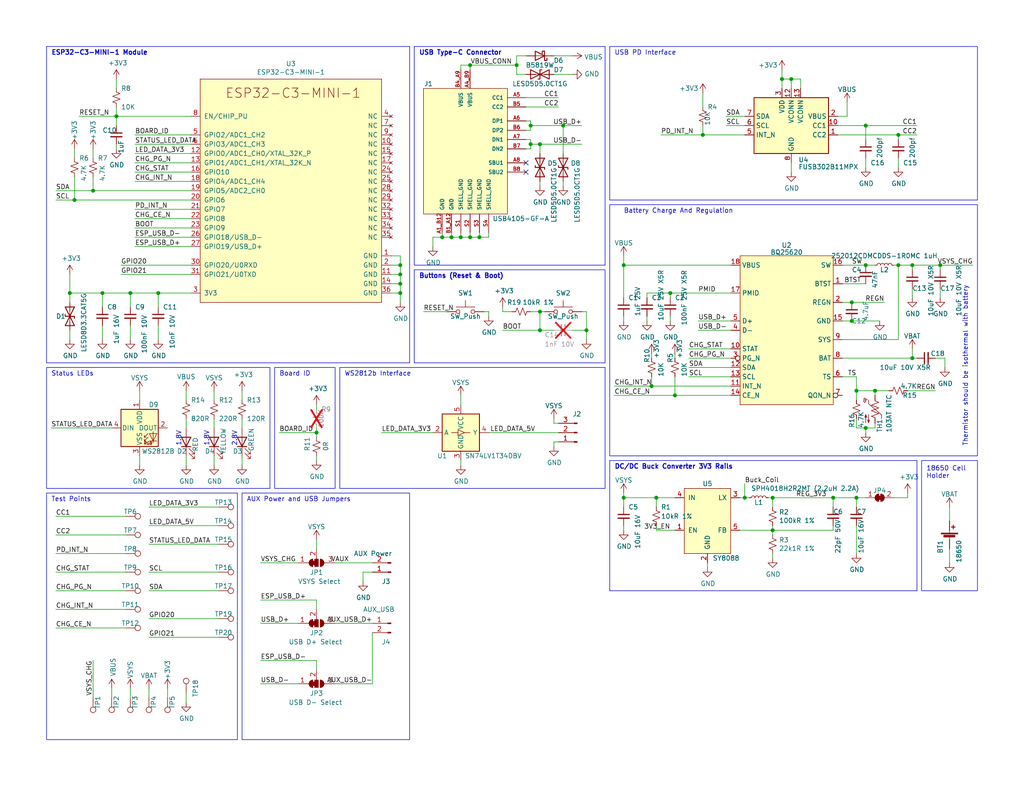
<source format=kicad_sch>
(kicad_sch (version 20230121) (generator eeschema)
  (paper "A")
  (title_block (title "Artnet RGB Controller") (date "2023-02-22") (rev "0.0") (company "Konkers"))
  (lib_symbols
    (symbol "Connector:Conn_01x02_Pin" (pin_names (offset 1.016) hide)
      (property "Reference" "J" (at 0 2.54 0))
      (property "Value" "Conn_01x02_Pin" (at 0 -5.08 0))
      (symbol "Conn_01x02_Pin_1_1"
        (pin passive line (at 5.08 0 180) (length 3.81) (name "Pin_1") (number "1"))
        (pin passive line (at 5.08 -2.54 180) (length 3.81) (name "Pin_2") (number "2"))
      )
    )
    (symbol "Connector:Conn_01x03_Pin" (pin_names (offset 1.016) hide)
      (property "Reference" "J" (at 0 5.08 0))
      (property "Value" "Conn_01x03_Pin" (at 0 -5.08 0))
      (symbol "Conn_01x03_Pin_1_1"
        (pin passive line (at 5.08 2.54 180) (length 3.81) (name "Pin_1") (number "1"))
        (pin passive line (at 5.08 0 180) (length 3.81) (name "Pin_2") (number "2"))
        (pin passive line (at 5.08 -2.54 180) (length 3.81) (name "Pin_3") (number "3"))
      )
    )
    (symbol "Connector:TestPoint" (pin_numbers hide) (pin_names (offset 0.762) hide)
      (property "Reference" "TP" (at 0 6.858 0))
      (property "Value" "TestPoint" (at 0 5.08 0))
      (symbol "TestPoint_1_1"
        (pin passive line (at 0 0 90) (length 2.54) (name "1") (number "1"))
      )
    )
    (symbol "Device:Battery_Cell" (pin_numbers hide) (pin_names (offset 0) hide)
      (property "Reference" "BT" (at 2.54 2.54 0))
      (property "Value" "Battery_Cell" (at 2.54 0 0))
      (symbol "Battery_Cell_1_1"
        (pin passive line (at 0 5.08 270) (length 2.54) (name "+") (number "1"))
        (pin passive line (at 0 -2.54 90) (length 2.54) (name "-") (number "2"))
      )
    )
    (symbol "Device:C_Small" (pin_numbers hide) (pin_names (offset 0.254) hide)
      (property "Reference" "C" (at 0.254 1.778 0))
      (property "Value" "C_Small" (at 0.254 -2.032 0))
      (symbol "C_Small_1_1"
        (pin passive line (at 0 2.54 270) (length 2.032) (name "~") (number "1"))
        (pin passive line (at 0 -2.54 90) (length 2.032) (name "~") (number "2"))
      )
    )
    (symbol "Device:D_Schottky" (pin_numbers hide) (pin_names (offset 1.016) hide)
      (property "Reference" "D" (at 0 2.54 0))
      (property "Value" "D_Schottky" (at 0 -2.54 0))
      (symbol "D_Schottky_1_1"
        (pin passive line (at -3.81 0 0) (length 2.54) (name "K") (number "1"))
        (pin passive line (at 3.81 0 180) (length 2.54) (name "A") (number "2"))
      )
    )
    (symbol "Device:D_TVS" (pin_numbers hide) (pin_names (offset 1.016) hide)
      (property "Reference" "D" (at 0 2.54 0))
      (property "Value" "D_TVS" (at 0 -2.54 0))
      (symbol "D_TVS_1_1"
        (pin passive line (at -3.81 0 0) (length 2.54) (name "A1") (number "1"))
        (pin passive line (at 3.81 0 180) (length 2.54) (name "A2") (number "2"))
      )
    )
    (symbol "Device:LED" (pin_numbers hide) (pin_names (offset 1.016) hide)
      (property "Reference" "D" (at 0 2.54 0))
      (property "Value" "LED" (at 0 -2.54 0))
      (symbol "LED_1_1"
        (pin passive line (at -3.81 0 0) (length 2.54) (name "K") (number "1"))
        (pin passive line (at 3.81 0 180) (length 2.54) (name "A") (number "2"))
      )
    )
    (symbol "Device:L_Small" (pin_numbers hide) (pin_names (offset 0.254) hide)
      (property "Reference" "L" (at 0.762 1.016 0))
      (property "Value" "L_Small" (at 0.762 -1.016 0))
      (symbol "L_Small_1_1"
        (pin passive line (at 0 2.54 270) (length 0.508) (name "~") (number "1"))
        (pin passive line (at 0 -2.54 90) (length 0.508) (name "~") (number "2"))
      )
    )
    (symbol "Device:R_Small_US" (pin_numbers hide) (pin_names (offset 0.254) hide)
      (property "Reference" "R" (at 0.762 0.508 0))
      (property "Value" "R_Small_US" (at 0.762 -1.016 0))
      (symbol "R_Small_US_1_1"
        (pin passive line (at 0 2.54 270) (length 1.016) (name "~") (number "1"))
        (pin passive line (at 0 -2.54 90) (length 1.016) (name "~") (number "2"))
      )
    )
    (symbol "Device:Thermistor_NTC_US" (pin_numbers hide) (pin_names (offset 0))
      (property "Reference" "TH" (at -4.445 0 90))
      (property "Value" "Thermistor_NTC_US" (at 3.175 0 90))
      (symbol "Thermistor_NTC_US_1_1"
        (pin passive line (at 0 3.81 270) (length 1.27) (name "~") (number "1"))
        (pin passive line (at 0 -3.81 90) (length 1.27) (name "~") (number "2"))
      )
    )
    (symbol "Espressif:ESP32-C3-MINI-1" (pin_names (offset 1.016))
      (property "Reference" "U" (at 0 33.02 0))
      (property "Value" "Espressif_ESP32-C3-MINI-1" (at 0 -30.48 0))
      (symbol "ESP32-C3-MINI-1_0_0"
        (text "ESP32-C3-MINI-1" (at 1.27 27.94 0) (effects (font (size 2.54 2.54))))
      )
      (symbol "ESP32-C3-MINI-1_1_1"
        (pin power_in line (at 27.94 -16.51 180) (length 2.54) (name "GND") (number "1"))
        (pin no_connect line (at 27.94 13.97 180) (length 2.54) (name "NC") (number "10"))
        (pin power_in line (at 27.94 -21.59 180) (length 2.54) (name "GND") (number "11"))
        (pin bidirectional line (at -26.67 11.43 0) (length 2.54) (name "GPIO0/ADC1_CH0/XTAL_32K_P") (number "12"))
        (pin bidirectional line (at -26.67 8.89 0) (length 2.54) (name "GPIO1/ADC1_CH1/XTAL_32K_N") (number "13"))
        (pin power_in line (at 27.94 -24.13 180) (length 2.54) (name "GND") (number "14"))
        (pin no_connect line (at 27.94 11.43 180) (length 2.54) (name "NC") (number "15"))
        (pin bidirectional line (at -26.67 6.35 0) (length 2.54) (name "GPIO10") (number "16"))
        (pin no_connect line (at 27.94 8.89 180) (length 2.54) (name "NC") (number "17"))
        (pin bidirectional line (at -26.67 3.81 0) (length 2.54) (name "GPIO4/ADC1_CH4") (number "18"))
        (pin bidirectional line (at -26.67 1.27 0) (length 2.54) (name "GPIO5/ADC2_CH0") (number "19"))
        (pin power_in line (at 27.94 -19.05 180) (length 2.54) (name "GND") (number "2"))
        (pin bidirectional line (at -26.67 -1.27 0) (length 2.54) (name "GPIO6") (number "20"))
        (pin bidirectional line (at -26.67 -3.81 0) (length 2.54) (name "GPIO7") (number "21"))
        (pin bidirectional line (at -26.67 -6.35 0) (length 2.54) (name "GPIO8") (number "22"))
        (pin bidirectional line (at -26.67 -8.89 0) (length 2.54) (name "GPIO9") (number "23"))
        (pin no_connect line (at 27.94 6.35 180) (length 2.54) (name "NC") (number "24"))
        (pin no_connect line (at 27.94 3.81 180) (length 2.54) (name "NC") (number "25"))
        (pin bidirectional line (at -26.67 -11.43 0) (length 2.54) (name "GPIO18/USB_D-") (number "26"))
        (pin bidirectional line (at -26.67 -13.97 0) (length 2.54) (name "GPIO19/USB_D+") (number "27"))
        (pin no_connect line (at 27.94 1.27 180) (length 2.54) (name "NC") (number "28"))
        (pin no_connect line (at 27.94 -1.27 180) (length 2.54) (name "NC") (number "29"))
        (pin power_in line (at -26.67 -26.67 0) (length 2.54) (name "3V3") (number "3"))
        (pin bidirectional line (at -26.67 -19.05 0) (length 2.54) (name "GPIO20/U0RXD") (number "30"))
        (pin bidirectional line (at -26.67 -21.59 0) (length 2.54) (name "GPIO21/U0TXD") (number "31"))
        (pin no_connect line (at 27.94 -3.81 180) (length 2.54) (name "NC") (number "32"))
        (pin no_connect line (at 27.94 -6.35 180) (length 2.54) (name "NC") (number "33"))
        (pin no_connect line (at 27.94 -8.89 180) (length 2.54) (name "NC") (number "34"))
        (pin no_connect line (at 27.94 -11.43 180) (length 2.54) (name "NC") (number "35"))
        (pin power_in line (at 27.94 -26.67 180) (length 2.54) (name "GND") (number "36"))
        (pin no_connect line (at 27.94 21.59 180) (length 2.54) (name "NC") (number "4"))
        (pin bidirectional line (at -26.67 16.51 0) (length 2.54) (name "GPIO2/ADC1_CH2") (number "5"))
        (pin bidirectional line (at -26.67 13.97 0) (length 2.54) (name "GPIO3/ADC1_CH3") (number "6"))
        (pin no_connect line (at 27.94 19.05 180) (length 2.54) (name "NC") (number "7"))
        (pin input line (at -26.67 21.59 0) (length 2.54) (name "EN/CHIP_PU") (number "8"))
        (pin no_connect line (at 27.94 16.51 180) (length 2.54) (name "NC") (number "9"))
      )
    )
    (symbol "Interface_USB:FUSB302B11MPX"
      (property "Reference" "U" (at -10.16 8.89 0))
      (property "Value" "FUSB302B11MPX" (at 3.81 8.89 0))
      (symbol "FUSB302B11MPX_1_1"
        (pin bidirectional line (at 12.7 -2.54 180) (length 2.54) (name "CC2") (number "1"))
        (pin bidirectional line (at 12.7 0 180) (length 2.54) (name "CC1") (number "10"))
        (pin bidirectional line (at 12.7 0 180) (length 2.54) hide (name "CC1") (number "11"))
        (pin power_in line (at 0 10.16 270) (length 2.54) (name "VCONN") (number "12"))
        (pin power_in line (at 2.54 10.16 270) (length 2.54) (name "VCONN") (number "13"))
        (pin bidirectional line (at 12.7 -2.54 180) (length 2.54) hide (name "CC2") (number "14"))
        (pin passive line (at 0 -10.16 90) (length 2.54) hide (name "GND") (number "15"))
        (pin input line (at 12.7 2.54 180) (length 2.54) (name "VBUS") (number "2"))
        (pin power_in line (at -2.54 10.16 270) (length 2.54) (name "VDD") (number "3"))
        (pin passive line (at -2.54 10.16 270) (length 2.54) hide (name "VDD") (number "4"))
        (pin open_collector line (at -12.7 -2.54 0) (length 2.54) (name "INT_N") (number "5"))
        (pin input line (at -12.7 0 0) (length 2.54) (name "SCL") (number "6"))
        (pin bidirectional line (at -12.7 2.54 0) (length 2.54) (name "SDA") (number "7"))
        (pin power_in line (at 0 -10.16 90) (length 2.54) (name "GND") (number "8"))
        (pin passive line (at 0 -10.16 90) (length 2.54) hide (name "GND") (number "9"))
      )
    )
    (symbol "Jumper:SolderJumper_2_Bridged" (pin_names (offset 0) hide)
      (property "Reference" "JP" (at 0 2.032 0))
      (property "Value" "SolderJumper_2_Bridged" (at 0 -2.54 0))
      (symbol "SolderJumper_2_Bridged_1_1"
        (pin passive line (at -3.81 0 0) (length 2.54) (name "A") (number "1"))
        (pin passive line (at 3.81 0 180) (length 2.54) (name "B") (number "2"))
      )
    )
    (symbol "Jumper:SolderJumper_3_Bridged12" (pin_names (offset 0) hide)
      (property "Reference" "JP" (at -2.54 -2.54 0))
      (property "Value" "SolderJumper_3_Bridged12" (at 0 2.794 0))
      (symbol "SolderJumper_3_Bridged12_1_1"
        (pin passive line (at -5.08 0 0) (length 2.54) (name "A") (number "1"))
        (pin passive line (at 0 -3.81 90) (length 2.54) (name "C") (number "2"))
        (pin passive line (at 5.08 0 180) (length 2.54) (name "B") (number "3"))
      )
    )
    (symbol "LED:WS2812B" (pin_names (offset 0.254))
      (property "Reference" "D" (at 5.08 5.715 0))
      (property "Value" "WS2812B" (at 1.27 -5.715 0))
      (symbol "WS2812B_0_0"
        (text "RGB" (at 2.286 -4.191 0) (effects (font (size 0.762 0.762))))
      )
      (symbol "WS2812B_1_1"
        (pin power_in line (at 0 7.62 270) (length 2.54) (name "VDD") (number "1"))
        (pin output line (at 7.62 0 180) (length 2.54) (name "DOUT") (number "2"))
        (pin power_in line (at 0 -7.62 90) (length 2.54) (name "VSS") (number "3"))
        (pin input line (at -7.62 0 0) (length 2.54) (name "DIN") (number "4"))
      )
    )
    (symbol "Logic_LevelTranslator:SN74LV1T34DBV"
      (property "Reference" "U" (at 5.08 6.35 0))
      (property "Value" "SN74LV1T34DBV" (at 5.08 3.81 0))
      (symbol "SN74LV1T34DBV_1_1"
        (pin no_connect line (at -5.08 2.54 0) (length 2.54) hide (name "NC") (number "1"))
        (pin input line (at -7.62 0 0) (length 2.54) (name "A") (number "2"))
        (pin power_in line (at 0 -7.62 90) (length 2.54) (name "GND") (number "3"))
        (pin output line (at 7.62 0 180) (length 2.54) (name "Y") (number "4"))
        (pin power_in line (at 0 7.62 270) (length 2.54) (name "VCC") (number "5"))
      )
    )
    (symbol "Rust_Board:SY8088" (pin_names (offset 1.016))
      (property "Reference" "U" (at 5.08 10.16 0))
      (property "Value" "Rust_Board_SY8088" (at -6.35 10.16 0))
      (symbol "SY8088_1_1"
        (pin input line (at -8.89 -2.54 0) (length 2.54) (name "EN") (number "1"))
        (pin power_in line (at 0 -11.43 90) (length 2.54) (name "GND") (number "2"))
        (pin power_out line (at 8.89 6.35 180) (length 2.54) (name "LX") (number "3"))
        (pin power_in line (at -8.89 6.35 0) (length 2.54) (name "IN") (number "4"))
        (pin input line (at 8.89 -2.54 180) (length 2.54) (name "FB") (number "5"))
      )
    )
    (symbol "Rust_Board:USB4105-GF-A" (pin_names (offset 1.016))
      (property "Reference" "J" (at 8.89 17.78 0))
      (property "Value" "Rust_Board_USB4105-GF-A" (at 7.62 -20.32 0))
      (symbol "USB4105-GF-A_0_0"
        (pin power_in line (at -6.35 -22.86 90) (length 5.08) (name "GND") (number "A1_B12"))
        (pin power_in line (at 1.27 21.59 270) (length 5.08) (name "VBUS") (number "A4_B9"))
        (pin bidirectional line (at 16.51 13.97 180) (length 5.08) (name "CC1") (number "A5"))
        (pin bidirectional line (at 16.51 7.62 180) (length 5.08) (name "DP1") (number "A6"))
        (pin bidirectional line (at 16.51 2.54 180) (length 5.08) (name "DN1") (number "A7"))
        (pin bidirectional line (at 16.51 -3.81 180) (length 5.08) (name "SBU1") (number "A8"))
        (pin power_in line (at -3.81 -22.86 90) (length 5.08) (name "GND") (number "B1_A12"))
        (pin power_in line (at -1.27 21.59 270) (length 5.08) (name "VBUS") (number "B4_A9"))
        (pin bidirectional line (at 16.51 11.43 180) (length 5.08) (name "CC2") (number "B5"))
        (pin bidirectional line (at 16.51 5.08 180) (length 5.08) (name "DP2") (number "B6"))
        (pin bidirectional line (at 16.51 0 180) (length 5.08) (name "DN2") (number "B7"))
        (pin bidirectional line (at 16.51 -6.35 180) (length 5.08) (name "SBU2") (number "B8"))
        (pin power_in line (at -1.27 -22.86 90) (length 5.08) (name "SHELL_GND") (number "S1"))
        (pin power_in line (at 1.27 -22.86 90) (length 5.08) (name "SHELL_GND") (number "S2"))
        (pin power_in line (at 3.81 -22.86 90) (length 5.08) (name "SHELL_GND") (number "S3"))
        (pin power_in line (at 6.35 -22.86 90) (length 5.08) (name "SHELL_GND") (number "S4"))
      )
    )
    (symbol "Switch:SW_Push" (pin_numbers hide) (pin_names (offset 1.016) hide)
      (property "Reference" "SW" (at 1.27 2.54 0))
      (property "Value" "SW_Push" (at 0 -1.524 0))
      (symbol "SW_Push_0_1"
        (pin passive line (at -5.08 0 0) (length 2.54) (name "1") (number "1"))
        (pin passive line (at 5.08 0 180) (length 2.54) (name "2") (number "2"))
      )
    )
    (symbol "VBUS_1" (power) (pin_names (offset 0))
      (property "Value" "VBUS_1" (at 0 3.81 0))
      (symbol "VBUS_1_1_1"
        (pin power_in line (at 0 0 90) (length 0) hide (name "VBUS") (number "1"))
      )
    )
    (symbol "power:+3V3" (power) (pin_names (offset 0))
      (property "Value" "+3V3" (at 0 3.556 0))
      (symbol "+3V3_1_1"
        (pin power_in line (at 0 0 90) (length 0) hide (name "+3V3") (number "1"))
      )
    )
    (symbol "power:GND" (power) (pin_names (offset 0))
      (property "Value" "GND" (at 0 -3.81 0))
      (symbol "GND_1_1"
        (pin power_in line (at 0 0 270) (length 0) hide (name "GND") (number "1"))
      )
    )
    (symbol "power:VBUS" (power) (pin_names (offset 0))
      (property "Value" "VBUS" (at 0 3.81 0))
      (symbol "VBUS_1_1"
        (pin power_in line (at 0 0 90) (length 0) hide (name "VBUS") (number "1"))
      )
    )
    (symbol "rgbparts:BQ25620"
      (property "Reference" "U" (at 8.89 -21.59 0))
      (property "Value" "BQ25620" (at 0 0 0))
      (symbol "BQ25620_1_0"
        (pin output line (at -15.24 -5.08 0) (length 2.54) (name "STAT") (number "10"))
        (pin output line (at -15.24 -15.24 0) (length 2.54) (name "INT_N") (number "11"))
        (pin bidirectional line (at -15.24 -10.16 0) (length 2.54) (name "SDA") (number "12"))
        (pin input line (at -15.24 -12.7 0) (length 2.54) (name "SCL") (number "13"))
        (pin input line (at -15.24 -17.78 0) (length 2.54) (name "CE_N") (number "14"))
        (pin power_in line (at 15.24 2.54 180) (length 2.54) (name "GND") (number "15"))
        (pin unspecified line (at 15.24 17.78 180) (length 2.54) (name "SW") (number "16"))
        (pin unspecified line (at -15.24 10.16 0) (length 2.54) (name "PMID") (number "17"))
        (pin power_in line (at -15.24 17.78 0) (length 2.54) (name "VBUS") (number "18"))
        (pin output inverted (at -15.24 -7.62 0) (length 2.54) (name "PG_N") (number "3"))
        (pin bidirectional line (at -15.24 0 0) (length 2.54) (name "D-") (number "4"))
        (pin bidirectional line (at -15.24 2.54 0) (length 2.54) (name "D+") (number "5"))
        (pin input line (at 15.24 -12.7 180) (length 2.54) (name "TS") (number "6"))
        (pin input inverted (at 15.24 -17.78 180) (length 2.54) (name "QON_N") (number "7"))
        (pin unspecified line (at 15.24 -7.62 180) (length 2.54) (name "BAT") (number "8"))
        (pin unspecified line (at 15.24 -2.54 180) (length 2.54) (name "SYS") (number "9"))
      )
      (symbol "BQ25620_1_1"
        (pin unspecified line (at 15.24 12.7 180) (length 2.54) (name "BTST") (number "1"))
        (pin unspecified line (at 15.24 7.62 180) (length 2.54) (name "REGN") (number "2"))
      )
    )
    (symbol "rgbparts:VBAT" (power) (pin_names (offset 0))
      (property "Value" "VBAT" (at 0 3.556 0))
      (symbol "VBAT_1_1"
        (pin power_in line (at 0 0 90) (length 0) hide (name "VBAT") (number "1"))
      )
    )
    (symbol "rgbparts:VSYS" (power) (pin_names (offset 0))
      (property "Value" "VSYS" (at 0 3.556 0))
      (symbol "VSYS_1_1"
        (pin power_in line (at 0 0 90) (length 0) hide (name "VSYS") (number "1"))
      )
    )
  )
  (junction (at 109.22 72.39))
  (junction (at 144.78 39.37))
  (junction (at 43.18 80.01))
  (junction (at 182.88 80.01))
  (junction (at 123.19 64.77))
  (junction (at 31.75 31.75))
  (junction (at 27.94 80.01))
  (junction (at 144.78 34.29))
  (junction (at 128.27 17.78))
  (junction (at 125.73 64.77))
  (junction (at 233.68 106.68))
  (junction (at 210.82 144.78))
  (junction (at 179.07 135.89))
  (junction (at 203.2 135.89))
  (junction (at 191.77 36.83))
  (junction (at 147.32 39.37))
  (junction (at 153.67 34.29))
  (junction (at 177.8 105.41))
  (junction (at 147.32 85.09))
  (junction (at 120.65 64.77))
  (junction (at 170.18 72.39))
  (junction (at 236.22 116.84))
  (junction (at 233.68 135.89))
  (junction (at 245.11 36.83))
  (junction (at 147.32 90.17))
  (junction (at 130.81 64.77))
  (junction (at 19.05 80.01))
  (junction (at 20.32 54.61))
  (junction (at 256.54 72.39))
  (junction (at 109.22 74.93))
  (junction (at 184.15 107.95))
  (junction (at 86.36 118.11))
  (junction (at 232.41 87.63))
  (junction (at 160.02 90.17))
  (junction (at 248.92 97.79))
  (junction (at 227.33 135.89))
  (junction (at 140.97 17.78))
  (junction (at 213.36 21.59))
  (junction (at 35.56 80.01))
  (junction (at 236.22 72.39))
  (junction (at 170.18 135.89))
  (junction (at 215.9 21.59))
  (junction (at 232.41 82.55))
  (junction (at 25.4 52.07))
  (junction (at 109.22 77.47))
  (junction (at 109.22 80.01))
  (junction (at 210.82 135.89))
  (junction (at 236.22 34.29))
  (junction (at 245.11 72.39))
  (junction (at 128.27 64.77))
  (junction (at 238.76 106.68))
  (junction (at 248.92 72.39))
  (no_connect (at 143.51 44.45))
  (no_connect (at 143.51 46.99))
  (wire (pts (xy 137.16 90.17) (xy 147.32 90.17)))
  (wire (pts (xy 151.13 15.24) (xy 156.21 15.24)))
  (wire (pts (xy 128.27 17.78) (xy 140.97 17.78)))
  (polyline (pts (xy 12.7 12.7) (xy 111.76 12.7)))
  (wire (pts (xy 228.6 31.75) (xy 231.14 31.75)))
  (wire (pts (xy 193.04 153.67) (xy 193.04 154.94)))
  (wire (pts (xy 233.68 116.84) (xy 236.22 116.84)))
  (wire (pts (xy 177.8 96.52) (xy 177.8 97.79)))
  (wire (pts (xy 20.32 40.64) (xy 20.32 43.18)))
  (wire (pts (xy 43.18 88.9) (xy 43.18 92.71)))
  (wire (pts (xy 20.32 54.61) (xy 52.07 54.61)))
  (wire (pts (xy 182.88 86.36) (xy 182.88 87.63)))
  (wire (pts (xy 147.32 50.8) (xy 147.32 49.53)))
  (wire (pts (xy 50.8 106.68) (xy 50.8 109.22)))
  (polyline (pts (xy 12.7 99.06) (xy 111.76 99.06)))
  (wire (pts (xy 218.44 21.59) (xy 215.9 21.59)))
  (wire (pts (xy 40.64 187.96) (xy 40.64 190.5)))
  (wire (pts (xy 179.07 135.89) (xy 184.15 135.89)))
  (wire (pts (xy 109.22 80.01) (xy 109.22 82.55)))
  (wire (pts (xy 191.77 34.29) (xy 191.77 36.83)))
  (wire (pts (xy 91.44 186.69) (xy 101.6 186.69)))
  (wire (pts (xy 184.15 96.52) (xy 184.15 97.79)))
  (wire (pts (xy 229.87 82.55) (xy 232.41 82.55)))
  (wire (pts (xy 45.72 187.96) (xy 45.72 190.5)))
  (wire (pts (xy 229.87 102.87) (xy 233.68 102.87)))
  (wire (pts (xy 180.34 36.83) (xy 191.77 36.83)))
  (wire (pts (xy 247.65 106.68) (xy 255.27 106.68)))
  (wire (pts (xy 33.02 72.39) (xy 52.07 72.39)))
  (wire (pts (xy 33.02 74.93) (xy 52.07 74.93)))
  (wire (pts (xy 25.4 52.07) (xy 52.07 52.07)))
  (wire (pts (xy 91.44 153.67) (xy 101.6 153.67)))
  (wire (pts (xy 109.22 72.39) (xy 109.22 74.93)))
  (wire (pts (xy 101.6 186.69) (xy 101.6 172.72)))
  (wire (pts (xy 236.22 116.84) (xy 236.22 118.11)))
  (wire (pts (xy 210.82 135.89) (xy 210.82 138.43)))
  (wire (pts (xy 256.54 72.39) (xy 256.54 73.66)))
  (wire (pts (xy 170.18 134.62) (xy 170.18 135.89)))
  (wire (pts (xy 40.64 173.99) (xy 59.69 173.99)))
  (wire (pts (xy 31.75 39.37) (xy 31.75 40.64)))
  (wire (pts (xy 106.68 74.93) (xy 109.22 74.93)))
  (wire (pts (xy 232.41 82.55) (xy 241.3 82.55)))
  (wire (pts (xy 125.73 107.95) (xy 125.73 110.49)))
  (wire (pts (xy 210.82 151.13) (xy 210.82 152.4)))
  (wire (pts (xy 106.68 80.01) (xy 109.22 80.01)))
  (wire (pts (xy 36.83 49.53) (xy 52.07 49.53)))
  (wire (pts (xy 236.22 34.29) (xy 250.19 34.29)))
  (polyline (pts (xy 113.03 12.7) (xy 165.1 12.7)))
  (wire (pts (xy 248.92 95.25) (xy 248.92 97.79)))
  (wire (pts (xy 243.84 72.39) (xy 245.11 72.39)))
  (polyline (pts (xy 165.1 12.7) (xy 165.1 72.39)))
  (wire (pts (xy 130.81 63.5) (xy 130.81 64.77)))
  (wire (pts (xy 66.04 106.68) (xy 66.04 109.22)))
  (wire (pts (xy 132.08 85.09) (xy 133.35 85.09)))
  (polyline (pts (xy 166.37 161.29) (xy 250.19 161.29)))
  (wire (pts (xy 66.04 114.3) (xy 66.04 116.84)))
  (wire (pts (xy 229.87 72.39) (xy 236.22 72.39)))
  (wire (pts (xy 167.64 105.41) (xy 177.8 105.41)))
  (wire (pts (xy 40.64 156.21) (xy 59.69 156.21)))
  (wire (pts (xy 190.5 87.63) (xy 199.39 87.63)))
  (wire (pts (xy 233.68 106.68) (xy 238.76 106.68)))
  (wire (pts (xy 25.4 180.34) (xy 25.4 190.5)))
  (wire (pts (xy 133.35 63.5) (xy 133.35 64.77)))
  (wire (pts (xy 71.12 170.18) (xy 81.28 170.18)))
  (wire (pts (xy 179.07 144.78) (xy 184.15 144.78)))
  (wire (pts (xy 170.18 69.85) (xy 170.18 72.39)))
  (wire (pts (xy 38.1 124.46) (xy 38.1 127)))
  (wire (pts (xy 187.96 97.79) (xy 199.39 97.79)))
  (wire (pts (xy 15.24 54.61) (xy 20.32 54.61)))
  (wire (pts (xy 233.68 135.89) (xy 233.68 138.43)))
  (wire (pts (xy 19.05 80.01) (xy 19.05 82.55)))
  (wire (pts (xy 245.11 43.18) (xy 245.11 45.72)))
  (wire (pts (xy 36.83 67.31) (xy 52.07 67.31)))
  (wire (pts (xy 15.24 151.13) (xy 34.29 151.13)))
  (wire (pts (xy 35.56 80.01) (xy 35.56 83.82)))
  (wire (pts (xy 40.64 168.91) (xy 59.69 168.91)))
  (wire (pts (xy 215.9 44.45) (xy 215.9 46.99)))
  (wire (pts (xy 50.8 114.3) (xy 50.8 116.84)))
  (wire (pts (xy 177.8 102.87) (xy 177.8 105.41)))
  (wire (pts (xy 109.22 69.85) (xy 109.22 72.39)))
  (wire (pts (xy 147.32 41.91) (xy 147.32 39.37)))
  (wire (pts (xy 86.36 118.11) (xy 86.36 119.38)))
  (wire (pts (xy 25.4 48.26) (xy 25.4 52.07)))
  (wire (pts (xy 71.12 186.69) (xy 81.28 186.69)))
  (wire (pts (xy 213.36 19.05) (xy 213.36 21.59)))
  (wire (pts (xy 256.54 78.74) (xy 256.54 81.28)))
  (wire (pts (xy 71.12 180.34) (xy 86.36 180.34)))
  (wire (pts (xy 156.21 90.17) (xy 160.02 90.17)))
  (wire (pts (xy 125.73 64.77) (xy 128.27 64.77)))
  (wire (pts (xy 238.76 107.95) (xy 238.76 106.68)))
  (wire (pts (xy 228.6 34.29) (xy 236.22 34.29)))
  (wire (pts (xy 187.96 102.87) (xy 199.39 102.87)))
  (wire (pts (xy 128.27 64.77) (xy 130.81 64.77)))
  (wire (pts (xy 233.68 106.68) (xy 233.68 109.22)))
  (wire (pts (xy 147.32 39.37) (xy 158.75 39.37)))
  (wire (pts (xy 147.32 90.17) (xy 151.13 90.17)))
  (wire (pts (xy 27.94 80.01) (xy 19.05 80.01)))
  (wire (pts (xy 144.78 35.56) (xy 143.51 35.56)))
  (wire (pts (xy 144.78 38.1) (xy 144.78 39.37)))
  (wire (pts (xy 248.92 78.74) (xy 248.92 81.28)))
  (wire (pts (xy 36.83 39.37) (xy 52.07 39.37)))
  (wire (pts (xy 86.36 116.84) (xy 86.36 118.11)))
  (wire (pts (xy 31.75 31.75) (xy 52.07 31.75)))
  (polyline (pts (xy 166.37 125.73) (xy 250.19 125.73)))
  (wire (pts (xy 248.92 72.39) (xy 256.54 72.39)))
  (wire (pts (xy 176.53 81.28) (xy 176.53 80.01)))
  (wire (pts (xy 238.76 106.68) (xy 242.57 106.68)))
  (wire (pts (xy 40.64 148.59) (xy 59.69 148.59)))
  (wire (pts (xy 203.2 135.89) (xy 204.47 135.89)))
  (wire (pts (xy 36.83 59.69) (xy 52.07 59.69)))
  (wire (pts (xy 125.73 125.73) (xy 125.73 127)))
  (wire (pts (xy 99.06 156.21) (xy 99.06 158.75)))
  (wire (pts (xy 238.76 116.84) (xy 238.76 115.57)))
  (wire (pts (xy 233.68 143.51) (xy 233.68 151.13)))
  (polyline (pts (xy 12.7 99.06) (xy 12.7 12.7)))
  (wire (pts (xy 191.77 25.4) (xy 191.77 29.21)))
  (wire (pts (xy 245.11 72.39) (xy 248.92 72.39)))
  (wire (pts (xy 120.65 64.77) (xy 123.19 64.77)))
  (wire (pts (xy 184.15 102.87) (xy 184.15 107.95)))
  (wire (pts (xy 236.22 116.84) (xy 238.76 116.84)))
  (wire (pts (xy 144.78 39.37) (xy 147.32 39.37)))
  (wire (pts (xy 43.18 83.82) (xy 43.18 80.01)))
  (wire (pts (xy 160.02 85.09) (xy 160.02 90.17)))
  (wire (pts (xy 109.22 74.93) (xy 109.22 77.47)))
  (wire (pts (xy 40.64 161.29) (xy 59.69 161.29)))
  (wire (pts (xy 58.42 114.3) (xy 58.42 116.84)))
  (wire (pts (xy 198.12 34.29) (xy 203.2 34.29)))
  (wire (pts (xy 86.36 110.49) (xy 86.36 111.76)))
  (wire (pts (xy 233.68 114.3) (xy 233.68 116.84)))
  (wire (pts (xy 236.22 72.39) (xy 238.76 72.39)))
  (wire (pts (xy 170.18 86.36) (xy 170.18 87.63)))
  (wire (pts (xy 236.22 43.18) (xy 236.22 45.72)))
  (wire (pts (xy 184.15 107.95) (xy 199.39 107.95)))
  (wire (pts (xy 227.33 143.51) (xy 227.33 144.78)))
  (wire (pts (xy 143.51 38.1) (xy 144.78 38.1)))
  (wire (pts (xy 43.18 80.01) (xy 35.56 80.01)))
  (wire (pts (xy 243.84 135.89) (xy 247.65 135.89)))
  (polyline (pts (xy 166.37 125.73) (xy 166.37 161.29)))
  (wire (pts (xy 58.42 106.68) (xy 58.42 109.22)))
  (wire (pts (xy 201.93 144.78) (xy 210.82 144.78)))
  (wire (pts (xy 15.24 171.45) (xy 34.29 171.45)))
  (wire (pts (xy 229.87 77.47) (xy 236.22 77.47)))
  (wire (pts (xy 245.11 36.83) (xy 245.11 38.1)))
  (wire (pts (xy 71.12 153.67) (xy 81.28 153.67)))
  (wire (pts (xy 15.24 156.21) (xy 34.29 156.21)))
  (wire (pts (xy 128.27 63.5) (xy 128.27 64.77)))
  (wire (pts (xy 123.19 64.77) (xy 123.19 63.5)))
  (wire (pts (xy 233.68 106.68) (xy 233.68 102.87)))
  (wire (pts (xy 71.12 163.83) (xy 86.36 163.83)))
  (wire (pts (xy 133.35 85.09) (xy 133.35 86.36)))
  (wire (pts (xy 259.08 149.86) (xy 259.08 153.67)))
  (wire (pts (xy 158.75 85.09) (xy 160.02 85.09)))
  (wire (pts (xy 247.65 134.62) (xy 247.65 135.89)))
  (wire (pts (xy 139.7 85.09) (xy 137.16 85.09)))
  (wire (pts (xy 187.96 95.25) (xy 199.39 95.25)))
  (wire (pts (xy 140.97 17.78) (xy 140.97 20.32)))
  (wire (pts (xy 228.6 36.83) (xy 245.11 36.83)))
  (wire (pts (xy 50.8 189.23) (xy 50.8 191.77)))
  (wire (pts (xy 21.59 31.75) (xy 31.75 31.75)))
  (wire (pts (xy 147.32 85.09) (xy 148.59 85.09)))
  (wire (pts (xy 182.88 80.01) (xy 199.39 80.01)))
  (wire (pts (xy 229.87 87.63) (xy 232.41 87.63)))
  (wire (pts (xy 143.51 33.02) (xy 144.78 33.02)))
  (wire (pts (xy 15.24 52.07) (xy 25.4 52.07)))
  (wire (pts (xy 176.53 80.01) (xy 182.88 80.01)))
  (wire (pts (xy 59.69 138.43) (xy 40.64 138.43)))
  (wire (pts (xy 170.18 72.39) (xy 170.18 81.28)))
  (wire (pts (xy 128.27 17.78) (xy 128.27 19.05)))
  (wire (pts (xy 125.73 17.78) (xy 128.27 17.78)))
  (wire (pts (xy 30.48 187.96) (xy 30.48 190.5)))
  (wire (pts (xy 151.13 114.3) (xy 151.13 115.57)))
  (wire (pts (xy 170.18 143.51) (xy 170.18 144.78)))
  (wire (pts (xy 210.82 135.89) (xy 227.33 135.89)))
  (wire (pts (xy 231.14 31.75) (xy 231.14 27.94)))
  (wire (pts (xy 36.83 46.99) (xy 52.07 46.99)))
  (wire (pts (xy 144.78 34.29) (xy 153.67 34.29)))
  (wire (pts (xy 125.73 17.78) (xy 125.73 19.05)))
  (wire (pts (xy 160.02 90.17) (xy 160.02 92.71)))
  (wire (pts (xy 151.13 115.57) (xy 152.4 115.57)))
  (wire (pts (xy 257.81 97.79) (xy 257.81 100.33)))
  (polyline (pts (xy 250.19 125.73) (xy 250.19 161.29)))
  (wire (pts (xy 66.04 124.46) (xy 66.04 127)))
  (wire (pts (xy 256.54 72.39) (xy 265.43 72.39)))
  (wire (pts (xy 104.14 118.11) (xy 118.11 118.11)))
  (wire (pts (xy 15.24 166.37) (xy 34.29 166.37)))
  (wire (pts (xy 259.08 138.43) (xy 259.08 142.24)))
  (wire (pts (xy 236.22 34.29) (xy 236.22 38.1)))
  (wire (pts (xy 38.1 106.68) (xy 38.1 109.22)))
  (wire (pts (xy 36.83 62.23) (xy 52.07 62.23)))
  (wire (pts (xy 182.88 80.01) (xy 182.88 81.28)))
  (wire (pts (xy 198.12 31.75) (xy 203.2 31.75)))
  (wire (pts (xy 210.82 143.51) (xy 210.82 144.78)))
  (wire (pts (xy 115.57 85.09) (xy 121.92 85.09)))
  (wire (pts (xy 233.68 135.89) (xy 236.22 135.89)))
  (wire (pts (xy 248.92 72.39) (xy 248.92 73.66)))
  (wire (pts (xy 151.13 120.65) (xy 151.13 121.92)))
  (wire (pts (xy 120.65 63.5) (xy 120.65 64.77)))
  (wire (pts (xy 36.83 44.45) (xy 52.07 44.45)))
  (polyline (pts (xy 111.76 99.06) (xy 111.76 12.7)))
  (polyline (pts (xy 113.03 12.7) (xy 113.03 72.39)))
  (wire (pts (xy 86.36 182.88) (xy 86.36 180.34)))
  (wire (pts (xy 187.96 100.33) (xy 199.39 100.33)))
  (wire (pts (xy 227.33 144.78) (xy 210.82 144.78)))
  (wire (pts (xy 176.53 86.36) (xy 176.53 87.63)))
  (wire (pts (xy 106.68 77.47) (xy 109.22 77.47)))
  (wire (pts (xy 50.8 124.46) (xy 50.8 127)))
  (wire (pts (xy 227.33 135.89) (xy 227.33 138.43)))
  (wire (pts (xy 213.36 21.59) (xy 215.9 21.59)))
  (wire (pts (xy 118.11 64.77) (xy 118.11 67.31)))
  (wire (pts (xy 144.78 39.37) (xy 144.78 40.64)))
  (wire (pts (xy 179.07 138.43) (xy 179.07 135.89)))
  (wire (pts (xy 210.82 144.78) (xy 210.82 146.05)))
  (wire (pts (xy 99.06 156.21) (xy 101.6 156.21)))
  (wire (pts (xy 201.93 135.89) (xy 203.2 135.89)))
  (wire (pts (xy 177.8 105.41) (xy 199.39 105.41)))
  (wire (pts (xy 232.41 87.63) (xy 240.03 87.63)))
  (wire (pts (xy 144.78 85.09) (xy 147.32 85.09)))
  (wire (pts (xy 153.67 34.29) (xy 158.75 34.29)))
  (wire (pts (xy 13.97 116.84) (xy 30.48 116.84)))
  (wire (pts (xy 31.75 31.75) (xy 31.75 34.29)))
  (wire (pts (xy 170.18 72.39) (xy 199.39 72.39)))
  (wire (pts (xy 118.11 64.77) (xy 120.65 64.77)))
  (wire (pts (xy 248.92 97.79) (xy 229.87 97.79)))
  (wire (pts (xy 91.44 170.18) (xy 101.6 170.18)))
  (wire (pts (xy 144.78 33.02) (xy 144.78 34.29)))
  (wire (pts (xy 15.24 140.97) (xy 34.29 140.97)))
  (wire (pts (xy 248.92 97.79) (xy 250.19 97.79)))
  (wire (pts (xy 190.5 90.17) (xy 199.39 90.17)))
  (wire (pts (xy 40.64 143.51) (xy 59.69 143.51)))
  (wire (pts (xy 227.33 135.89) (xy 233.68 135.89)))
  (wire (pts (xy 36.83 36.83) (xy 52.07 36.83)))
  (wire (pts (xy 215.9 24.13) (xy 215.9 21.59)))
  (wire (pts (xy 35.56 187.96) (xy 35.56 190.5)))
  (wire (pts (xy 140.97 15.24) (xy 143.51 15.24)))
  (wire (pts (xy 76.2 118.11) (xy 86.36 118.11)))
  (wire (pts (xy 137.16 85.09) (xy 137.16 83.82)))
  (wire (pts (xy 25.4 40.64) (xy 25.4 43.18)))
  (wire (pts (xy 147.32 90.17) (xy 147.32 85.09)))
  (wire (pts (xy 86.36 147.32) (xy 86.36 149.86)))
  (wire (pts (xy 167.64 107.95) (xy 184.15 107.95)))
  (wire (pts (xy 203.2 132.08) (xy 203.2 135.89)))
  (wire (pts (xy 209.55 135.89) (xy 210.82 135.89)))
  (wire (pts (xy 229.87 92.71) (xy 245.11 92.71)))
  (wire (pts (xy 218.44 24.13) (xy 218.44 21.59)))
  (wire (pts (xy 106.68 72.39) (xy 109.22 72.39)))
  (wire (pts (xy 125.73 64.77) (xy 123.19 64.77)))
  (wire (pts (xy 130.81 64.77) (xy 133.35 64.77)))
  (wire (pts (xy 170.18 135.89) (xy 170.18 138.43)))
  (wire (pts (xy 153.67 41.91) (xy 153.67 34.29)))
  (wire (pts (xy 143.51 26.67) (xy 152.4 26.67)))
  (wire (pts (xy 133.35 118.11) (xy 152.4 118.11)))
  (wire (pts (xy 125.73 63.5) (xy 125.73 64.77)))
  (wire (pts (xy 86.36 124.46) (xy 86.36 125.73)))
  (wire (pts (xy 20.32 48.26) (xy 20.32 54.61)))
  (wire (pts (xy 144.78 40.64) (xy 143.51 40.64)))
  (wire (pts (xy 152.4 120.65) (xy 151.13 120.65)))
  (wire (pts (xy 153.67 50.8) (xy 153.67 49.53)))
  (wire (pts (xy 15.24 146.05) (xy 34.29 146.05)))
  (wire (pts (xy 15.24 161.29) (xy 34.29 161.29)))
  (wire (pts (xy 36.83 64.77) (xy 52.07 64.77)))
  (wire (pts (xy 58.42 124.46) (xy 58.42 127)))
  (wire (pts (xy 151.13 20.32) (xy 156.21 20.32)))
  (wire (pts (xy 43.18 80.01) (xy 52.07 80.01)))
  (wire (pts (xy 36.83 41.91) (xy 52.07 41.91)))
  (wire (pts (xy 36.83 57.15) (xy 52.07 57.15)))
  (wire (pts (xy 191.77 36.83) (xy 203.2 36.83)))
  (wire (pts (xy 255.27 97.79) (xy 257.81 97.79)))
  (wire (pts (xy 27.94 80.01) (xy 35.56 80.01)))
  (wire (pts (xy 140.97 15.24) (xy 140.97 17.78)))
  (wire (pts (xy 19.05 90.17) (xy 19.05 92.71)))
  (wire (pts (xy 179.07 143.51) (xy 179.07 144.78)))
  (wire (pts (xy 19.05 74.93) (xy 19.05 80.01)))
  (wire (pts (xy 109.22 77.47) (xy 109.22 80.01)))
  (wire (pts (xy 31.75 31.75) (xy 31.75 29.21)))
  (wire (pts (xy 27.94 92.71) (xy 27.94 88.9)))
  (wire (pts (xy 27.94 83.82) (xy 27.94 80.01)))
  (wire (pts (xy 245.11 36.83) (xy 250.19 36.83)))
  (wire (pts (xy 140.97 20.32) (xy 143.51 20.32)))
  (wire (pts (xy 31.75 21.59) (xy 31.75 24.13)))
  (wire (pts (xy 144.78 34.29) (xy 144.78 35.56)))
  (wire (pts (xy 106.68 69.85) (xy 109.22 69.85)))
  (wire (pts (xy 86.36 166.37) (xy 86.36 163.83)))
  (polyline (pts (xy 113.03 72.39) (xy 165.1 72.39)))
  (wire (pts (xy 143.51 29.21) (xy 152.4 29.21)))
  (wire (pts (xy 213.36 21.59) (xy 213.36 24.13)))
  (wire (pts (xy 35.56 88.9) (xy 35.56 92.71)))
  (wire (pts (xy 179.07 135.89) (xy 170.18 135.89)))
  (wire (pts (xy 245.11 92.71) (xy 245.11 72.39)))
  (rectangle (start 166.37 12.7) (end 266.7 54.61))
  (rectangle (start 66.04 134.62) (end 111.76 201.93))
  (rectangle (start 92.71 100.33) (end 165.1 133.35))
  (rectangle (start 12.7 134.62) (end 64.77 201.93))
  (rectangle (start 251.46 125.73) (end 266.7 161.29))
  (rectangle (start 166.37 55.88) (end 266.7 124.46))
  (rectangle (start 113.03 73.66) (end 165.1 99.06))
  (rectangle (start 12.7 100.33) (end 73.66 133.35))
  (rectangle (start 74.93 100.33) (end 91.44 133.35))
  (text "AUX Power and USB Jumpers" (at 67.31 137.16 0) (effects (font (size 1.27 1.27)) (justify left bottom)))
  (text "Board ID" (at 76.2 102.87 0) (effects (font (size 1.27 1.27)) (justify left bottom)))
  (text "WS2812b Interface\n" (at 93.98 102.87 0) (effects (font (size 1.27 1.27)) (justify left bottom)))
  (text "2.8V\n" (at 64.77 121.92 90) (effects (font (size 1.27 1.27)) (justify left bottom)))
  (text "USB Type-C Connector" (at 114.3 15.24 0) (effects (font (size 1.27 1.27) (thickness 0.254) bold) (justify left bottom)))
  (text "Buttons (Reset & Boot)" (at 114.3 76.2 0) (effects (font (size 1.27 1.27) (thickness 0.254) bold) (justify left bottom)))
  (text "1.8V" (at 49.53 121.92 90) (effects (font (size 1.27 1.27)) (justify left bottom)))
  (text "USB PD Interface\n" (at 167.64 15.24 0) (effects (font (size 1.27 1.27)) (justify left bottom)))
  (text "Battery Charge And Regulation\n" (at 170.18 58.42 0) (effects (font (size 1.27 1.27)) (justify left bottom)))
  (text "DC/DC Buck Converter 3V3 Rails" (at 167.64 128.27 0) (effects (font (size 1.27 1.27) (thickness 0.254) bold) (justify left bottom)))
  (text "Thermistor should be isothermal with battery" (at 264.16 121.92 90) (effects (font (size 1.27 1.27)) (justify left bottom)))
  (text "1.8V\n" (at 57.15 121.92 90) (effects (font (size 1.27 1.27)) (justify left bottom)))
  (text "Test Points\n" (at 13.97 137.16 0) (effects (font (size 1.27 1.27)) (justify left bottom)))
  (text "ESP32-C3-MINI-1 Module" (at 13.97 15.24 0) (effects (font (size 1.27 1.27) (thickness 0.254) bold) (justify left bottom)))
  (text "Status LEDs\n" (at 13.97 102.87 0) (effects (font (size 1.27 1.27)) (justify left bottom)))
  (text "18650 Cell\nHolder" (at 252.73 130.81 0) (effects (font (size 1.27 1.27)) (justify left bottom)))
  (label "VSYS_CHG" (at 71.12 153.67 0))
  (label "GPIO20" (at 33.02 72.39 0))
  (label "VSYS_CHG" (at 25.4 180.34 270))
  (label "VSYS_CHG" (at 265.43 72.39 180))
  (label "USB_D+" (at 158.75 34.29 180))
  (label "BOOT" (at 137.16 90.17 0))
  (label "CC1" (at 250.19 34.29 180))
  (label "3V3_EN" (at 182.88 144.78 180))
  (label "CHG_CE_N" (at 167.64 107.95 0))
  (label "CHG_CE_N" (at 15.24 171.45 0))
  (label "CHG_INT_N" (at 15.24 166.37 0))
  (label "STATUS_LED_DATA" (at 40.64 148.59 0))
  (label "ESP_USB_D-" (at 71.12 180.34 0))
  (label "CHG_STAT" (at 187.96 95.25 0))
  (label "SCL" (at 15.24 54.61 0))
  (label "REGN" (at 255.27 106.68 180))
  (label "RESET_N" (at 115.57 85.09 0))
  (label "PD_INT_N" (at 36.83 57.15 0))
  (label "PD_INT_N" (at 180.34 36.83 0))
  (label "AUX_USB_D-" (at 101.6 186.69 180))
  (label "GPIO21" (at 33.02 74.93 0))
  (label "CC1" (at 152.4 26.67 180))
  (label "VBUS_CONN" (at 139.7 17.78 180))
  (label "LED_DATA_3V3" (at 104.14 118.11 0))
  (label "CHG_CE_N" (at 36.83 59.69 0))
  (label "CC2" (at 15.24 146.05 0))
  (label "LED_DATA_3V3" (at 40.64 138.43 0))
  (label "CHG_PG_N" (at 36.83 44.45 0))
  (label "ESP_USB_D+" (at 36.83 67.31 0))
  (label "CHG_INT_N" (at 36.83 49.53 0))
  (label "CC1" (at 15.24 140.97 0))
  (label "BOOT" (at 36.83 62.23 0))
  (label "USB_D-" (at 190.5 90.17 0))
  (label "CHG_INT_N" (at 167.64 105.41 0))
  (label "SDA" (at 198.12 31.75 0))
  (label "GPIO20" (at 40.64 168.91 0))
  (label "PMID" (at 190.5 80.01 0))
  (label "LED_DATA_5V" (at 146.05 118.11 180))
  (label "TS" (at 233.68 102.87 180))
  (label "CHG_STAT" (at 15.24 156.21 0))
  (label "SDA" (at 187.96 100.33 0))
  (label "CC2" (at 152.4 29.21 180))
  (label "Buck_Coil" (at 203.2 132.08 0))
  (label "REG_3V3 " (at 217.17 135.89 0))
  (label "SDA" (at 15.24 52.07 0))
  (label "RESET_N" (at 21.59 31.75 0))
  (label "BOARD_ID" (at 36.83 36.83 0))
  (label "CHG_PG_N" (at 187.96 97.79 0))
  (label "STATUS_LED_DATA" (at 36.83 39.37 0))
  (label "ESP_USB_D+" (at 71.12 163.83 0))
  (label "CHG_PG_N" (at 15.24 161.29 0))
  (label "SCL" (at 40.64 156.21 0))
  (label "LED_DATA_3V3" (at 36.83 41.91 0))
  (label "USB_D+" (at 190.5 87.63 0))
  (label "USB_D+" (at 71.12 170.18 0))
  (label "ESP_USB_D-" (at 36.83 64.77 0))
  (label "USB_D-" (at 158.75 39.37 180))
  (label "CHG_STAT" (at 36.83 46.99 0))
  (label "CC2" (at 250.19 36.83 180))
  (label "SCL" (at 198.12 34.29 0))
  (label "VAUX" (at 95.25 153.67 180))
  (label "USB_D-" (at 71.12 186.69 0))
  (label "AUX_USB_D+" (at 101.6 170.18 180))
  (label "GPIO21" (at 40.64 173.99 0))
  (label "SCL" (at 187.96 102.87 0))
  (label "LED_DATA_5V" (at 40.64 143.51 0))
  (label "BTST" (at 234.95 77.47 180))
  (label "REGN" (at 241.3 82.55 180))
  (label "BOARD_ID" (at 76.2 118.11 0))
  (label "PD_INT_N" (at 15.24 151.13 0))
  (label "STATUS_LED_DATA" (at 13.97 116.84 0))
  (label "SDA" (at 40.64 161.29 0))
  (label "SW" (at 232.41 72.39 0))
  (symbol (lib_id "Rust_Board:SY8088") (at 193.04 142.24 0) (unit 1)
    (property "Reference" "U5" (at 193.04 132.08 0))
    (property "Value" "SY8088" (at 198.12 152.4 0))
    (property "Footprint" "Package_TO_SOT_SMD:SOT-23-5" (effects hide))
    (property "LCSC" "C479072" (effects hide))
  )
  (symbol (lib_id "Rust_Board:USB4105-GF-A") (at 127 40.64 0) (unit 1)
    (property "Reference" "J1" (at 118.11 22.86 0) (effects (justify right)))
    (property "Value" "USB4105-GF-A" (at 149.86 59.69 0) (effects (justify right)))
    (property "Footprint" "Rust_Board:GCT_USB4105-GF-A" (effects hide))
    (property "PARTREV" "A3" (effects hide))
    (property "STANDARD" "Manufacturer Recommendations" (effects hide))
    (property "MAXIMUM_PACKAGE_HEIGHT" "3.31 mm" (effects hide))
    (property "MANUFACTURER" "GCT" (effects hide))
    (property "LCSC" "C165948" (effects hide))
  )
  (symbol (lib_id "Espressif:ESP32-C3-MINI-1") (at 78.74 53.34 0) (unit 1)
    (property "Reference" "U3" (at 79.375 17.399 0))
    (property "Value" "ESP32-C3-MINI-1" (at 79.375 19.7104 0))
    (property "Footprint" "Rust_Board:ESP32-C3-MINI-1" (effects hide))
    (property "Datasheet" "https://www.espressif.com/sites/default/files/documentation/esp32-c3-mini-1_datasheet_en.pdf" (effects hide))
    (property "LCSC" "C2838502" (effects hide))
  )
  (symbol (lib_id "power:GND") (at 193.04 154.94 0) (unit 1)
    (property "Reference" "#PWR0101" (effects hide))
    (property "Value" "GND" (at 193.167 159.3342 0))
  )
  (symbol (lib_id "Device:C_Small") (at 170.18 140.97 0) (unit 1)
    (property "Reference" "C5" (at 171.45 138.43 0) (effects (justify left)))
    (property "Value" "10uF 16V" (at 173.99 149.86 90) (effects (justify left)))
    (property "Footprint" "Capacitor_SMD:C_0805_2012Metric" (effects hide))
    (property "LCSC" "C15850" (effects hide))
  )
  (symbol (lib_id "Device:C_Small") (at 227.33 140.97 0) (unit 1)
    (property "Reference" "C6" (at 227.33 139.7 0) (effects (justify left)))
    (property "Value" "22pF 50V" (at 228.6 151.13 90) (effects (justify left)))
    (property "Footprint" "Capacitor_SMD:C_0603_1608Metric" (effects hide))
    (property "LCSC" "C1653" (effects hide))
  )
  (symbol (lib_id "Device:C_Small") (at 233.68 140.97 0) (unit 1)
    (property "Reference" "C7" (at 233.68 139.7 0) (effects (justify left)))
    (property "Value" "10uF 16V" (at 234.95 151.13 90) (effects (justify left)))
    (property "Footprint" "Capacitor_SMD:C_0805_2012Metric" (effects hide))
    (property "LCSC" "C15850" (effects hide))
  )
  (symbol (lib_id "Device:R_Small_US") (at 210.82 140.97 0) (unit 1)
    (property "Reference" "R2" (at 212.5472 139.8016 0) (effects (justify left)))
    (property "Value" "100kR 1%" (at 212.5472 142.113 0) (effects (justify left)))
    (property "Footprint" "Resistor_SMD:R_0402_1005Metric" (effects hide))
    (property "LCSC" "C25741" (effects hide))
  )
  (symbol (lib_id "Device:R_Small_US") (at 210.82 148.59 0) (unit 1)
    (property "Reference" "R3" (at 212.5472 147.4216 0) (effects (justify left)))
    (property "Value" "22k1R 1%" (at 212.5472 149.733 0) (effects (justify left)))
    (property "Footprint" "Resistor_SMD:R_0402_1005Metric" (effects hide))
    (property "LCSC" "C43473" (effects hide))
  )
  (symbol (lib_id "Device:L_Small") (at 207.01 135.89 90) (unit 1)
    (property "Reference" "L1" (at 207.01 137.16 90))
    (property "Value" "SPH4018H2R2MT (2.2uH 2.2A)" (at 219.71 133.35 90))
    (property "Footprint" "Inductor_SMD:L_Bourns-SRN4018" (effects hide))
    (property "LCSC" "C370436" (effects hide))
  )
  (symbol (lib_id "power:GND") (at 210.82 152.4 0) (unit 1)
    (property "Reference" "#PWR0102" (effects hide))
    (property "Value" "GND" (at 210.947 156.7942 0))
  )
  (symbol (lib_id "power:GND") (at 233.68 151.13 0) (unit 1)
    (property "Reference" "#PWR0103" (effects hide))
    (property "Value" "GND" (at 233.807 155.5242 0))
  )
  (symbol (lib_id "power:GND") (at 170.18 144.78 0) (unit 1)
    (property "Reference" "#PWR0104" (effects hide))
    (property "Value" "GND" (at 170.307 149.1742 0))
  )
  (symbol (lib_id "power:+3V3") (at 247.65 134.62 0) (unit 1)
    (property "Reference" "#PWR0106" (effects hide))
    (property "Value" "+3V3" (at 248.031 130.2258 0))
  )
  (symbol (lib_id "Device:R_Small_US") (at 179.07 140.97 0) (unit 1)
    (property "Reference" "R1" (at 180.34 138.43 0) (effects (justify left)))
    (property "Value" "10kR 1%" (at 180.34 140.97 0) (effects (justify left)))
    (property "Footprint" "Resistor_SMD:R_0402_1005Metric" (effects hide))
    (property "LCSC" "C25744" (effects hide))
  )
  (symbol (lib_id "power:GND") (at 118.11 67.31 0) (unit 1)
    (property "Reference" "#PWR0108" (effects hide))
    (property "Value" "GND" (at 118.237 71.7042 0))
  )
  (symbol (lib_id "power:GND") (at 147.32 50.8 0) (unit 1)
    (property "Reference" "#PWR0109" (effects hide))
    (property "Value" "GND" (at 147.447 55.1942 0))
  )
  (symbol (lib_id "Switch:SW_Push") (at 127 85.09 0) (unit 1)
    (property "Reference" "SW1" (at 127 80.01 0))
    (property "Value" "SW_Push" (at 127 86.36 0))
    (property "Footprint" "Button_Switch_SMD:SW_SPST_PTS810" (effects hide))
    (property "LCSC" "C116501" (effects hide))
  )
  (symbol (lib_id "Switch:SW_Push") (at 153.67 85.09 0) (unit 1)
    (property "Reference" "SW2" (at 153.67 80.01 0))
    (property "Value" "SW_Push" (at 153.67 86.36 0))
    (property "Footprint" "Button_Switch_SMD:SW_SPST_PTS810" (effects hide))
    (property "LCSC" "C116501" (effects hide))
  )
  (symbol (lib_id "Device:C_Small") (at 43.18 86.36 0) (unit 1)
    (property "Reference" "C11" (at 44.45 83.82 0) (effects (justify left)))
    (property "Value" "10nF 10V" (at 46.99 95.25 90) (effects (justify left)))
    (property "Footprint" "Capacitor_SMD:C_0402_1005Metric" (effects hide))
    (property "LCSC" "C15195" (effects hide))
  )
  (symbol (lib_id "Device:C_Small") (at 35.56 86.36 0) (unit 1)
    (property "Reference" "C9" (at 36.83 83.82 0) (effects (justify left)))
    (property "Value" "100nF 10V" (at 39.37 96.52 90) (effects (justify left)))
    (property "Footprint" "Capacitor_SMD:C_0402_1005Metric" (effects hide))
    (property "LCSC" "C1525" (effects hide))
  )
  (symbol (lib_id "power:GND") (at 35.56 92.71 0) (unit 1)
    (property "Reference" "#PWR0105" (effects hide))
    (property "Value" "GND" (at 35.687 97.1042 0))
  )
  (symbol (lib_id "power:GND") (at 43.18 92.71 0) (unit 1)
    (property "Reference" "#PWR0125" (effects hide))
    (property "Value" "GND" (at 43.307 97.1042 0))
  )
  (symbol (lib_id "power:+3V3") (at 19.05 74.93 0) (unit 1)
    (property "Reference" "#PWR0126" (effects hide))
    (property "Value" "+3V3" (at 19.431 70.5358 0))
  )
  (symbol (lib_id "power:GND") (at 109.22 82.55 0) (unit 1)
    (property "Reference" "#PWR0127" (effects hide))
    (property "Value" "GND" (at 109.347 86.9442 0))
  )
  (symbol (lib_id "Device:R_Small_US") (at 31.75 26.67 0) (unit 1)
    (property "Reference" "R8" (at 33.02 24.13 0) (effects (justify left)))
    (property "Value" "10K" (at 33.02 29.21 0) (effects (justify left)))
    (property "Footprint" "Resistor_SMD:R_0402_1005Metric" (effects hide))
    (property "LCSC" "C25744" (effects hide))
  )
  (symbol (lib_id "power:+3V3") (at 31.75 21.59 0) (unit 1)
    (property "Reference" "#PWR0139" (effects hide))
    (property "Value" "+3V3" (at 32.131 17.1958 0))
  )
  (symbol (lib_id "Device:C_Small") (at 31.75 36.83 0) (unit 1)
    (property "Reference" "C10" (at 27.94 35.56 0) (effects (justify left)))
    (property "Value" "1uF" (at 33.02 41.91 90) (effects (justify left)))
    (property "Footprint" "Capacitor_SMD:C_0402_1005Metric" (effects hide))
    (property "LCSC" "C52923" (effects hide))
  )
  (symbol (lib_id "power:GND") (at 31.75 40.64 0) (unit 1)
    (property "Reference" "#PWR0128" (effects hide))
    (property "Value" "GND" (at 31.877 45.0342 0))
  )
  (symbol (lib_id "power:GND") (at 133.35 86.36 0) (unit 1)
    (property "Reference" "#PWR0137" (effects hide))
    (property "Value" "GND" (at 133.477 90.7542 0))
  )
  (symbol (lib_id "power:GND") (at 160.02 92.71 0) (unit 1)
    (property "Reference" "#PWR0138" (effects hide))
    (property "Value" "GND" (at 160.147 97.1042 0))
  )
  (symbol (lib_id "Device:C_Small") (at 153.67 90.17 270) (unit 1) (in_bom no) (dnp yes)
    (property "Reference" "C14" (at 148.59 91.44 90) (effects (justify left)))
    (property "Value" "1nF 10V" (at 148.59 93.98 90) (effects (justify left)))
    (property "Footprint" "Capacitor_SMD:C_0402_1005Metric" (effects hide))
    (property "LCSC" "C1523" (effects hide))
  )
  (symbol (lib_id "Device:C_Small") (at 27.94 86.36 0) (unit 1)
    (property "Reference" "C8" (at 29.21 83.82 0) (effects (justify left)))
    (property "Value" "1uF 16V" (at 31.75 93.98 90) (effects (justify left)))
    (property "Footprint" "Capacitor_SMD:C_0402_1005Metric" (effects hide))
    (property "LCSC" "C52923" (effects hide))
  )
  (symbol (lib_id "power:GND") (at 27.94 92.71 0) (unit 1)
    (property "Reference" "#PWR0140" (effects hide))
    (property "Value" "GND" (at 28.067 97.1042 0))
  )
  (symbol (lib_id "Device:D_TVS") (at 147.32 45.72 270) (unit 1)
    (property "Reference" "D5" (at 149.352 44.5516 90) (effects (justify left)))
    (property "Value" "LESD5D5.0CT1G" (at 151.13 45.72 0) (effects (justify left)))
    (property "Footprint" "Diode_SMD:D_SOD-523" (effects hide))
    (property "LCSC" "C383211" (effects hide))
  )
  (symbol (lib_id "Device:D_TVS") (at 153.67 45.72 270) (unit 1)
    (property "Reference" "D8" (at 155.702 44.5516 90) (effects (justify left)))
    (property "Value" "LESD5D5.0CT1G" (at 157.48 45.72 0) (effects (justify left)))
    (property "Footprint" "Diode_SMD:D_SOD-523" (effects hide))
    (property "LCSC" "C383211" (effects hide))
  )
  (symbol (lib_id "power:GND") (at 153.67 50.8 0) (unit 1)
    (property "Reference" "#PWR0143" (effects hide))
    (property "Value" "GND" (at 153.797 55.1942 0))
  )
  (symbol (lib_id "Device:D_TVS") (at 19.05 86.36 270) (unit 1)
    (property "Reference" "D1" (at 15.24 86.36 90) (effects (justify left)))
    (property "Value" "LESD8D3.3CAT5G" (at 22.86 80.01 0) (effects (justify left)))
    (property "Footprint" "Rust_Board:SOD-882" (effects hide))
    (property "LCSC" "C172409" (effects hide))
  )
  (symbol (lib_id "power:GND") (at 19.05 92.71 0) (unit 1)
    (property "Reference" "#PWR0144" (effects hide))
    (property "Value" "GND" (at 19.177 97.1042 0))
  )
  (symbol (lib_id "Device:D_TVS") (at 147.32 20.32 0) (unit 1)
    (property "Reference" "D7" (at 152.4 19.05 0))
    (property "Value" "LESD5D5.0CT1G" (at 147.32 22.86 0))
    (property "Footprint" "Diode_SMD:D_SOD-523" (effects hide))
    (property "LCSC" "C383211" (effects hide))
  )
  (symbol (lib_id "power:GND") (at 156.21 20.32 90) (unit 1)
    (property "Reference" "#PWR0146" (effects hide))
    (property "Value" "GND" (at 159.4612 20.193 90) (effects (justify right)))
  )
  (symbol (lib_id "Device:D_Schottky") (at 147.32 15.24 180) (unit 1)
    (property "Reference" "D6" (at 152.4 16.51 0))
    (property "Value" "B5819W" (at 147.32 17.78 0))
    (property "Footprint" "Diode_SMD:D_SOD-123" (effects hide))
    (property "LCSC" "C8598" (effects hide))
  )
  (symbol (lib_id "power:+3V3") (at 137.16 83.82 0) (unit 1)
    (property "Reference" "#PWR0160" (effects hide))
    (property "Value" "+3V3" (at 137.541 79.4258 0))
  )
  (symbol (lib_id "Device:R_Small_US") (at 142.24 85.09 90) (unit 1)
    (property "Reference" "R19" (at 142.24 82.55 90) (effects (justify left)))
    (property "Value" "10kR 1%" (at 151.13 82.55 90) (effects (justify left)))
    (property "Footprint" "Resistor_SMD:R_0402_1005Metric" (effects hide))
    (property "LCSC" "C25744" (effects hide))
  )
  (symbol (lib_id "power:GND") (at 259.08 153.67 0) (unit 1)
    (property "Reference" "#PWR020" (effects hide))
    (property "Value" "GND" (at 259.207 158.0642 0))
  )
  (symbol (lib_id "power:VBUS") (at 30.48 187.96 0) (unit 1)
    (property "Reference" "#PWR034" (effects hide))
    (property "Value" "VBUS" (at 30.861 184.7088 90) (effects (justify left)))
  )
  (symbol (lib_id "power:+3V3") (at 25.4 40.64 0) (unit 1)
    (property "Reference" "#PWR09" (effects hide))
    (property "Value" "+3V3" (at 25.4 35.56 90))
  )
  (symbol (lib_id "LED:WS2812B") (at 38.1 116.84 0) (unit 1)
    (property "Reference" "D9" (at 41.91 110.49 0))
    (property "Value" "WS2812B" (at 43.18 123.19 0))
    (property "Footprint" "LED_SMD:LED_WS2812B_PLCC4_5.0x5.0mm_P3.2mm" (effects hide))
    (property "Datasheet" "https://cdn-shop.adafruit.com/datasheets/WS2812B.pdf" (effects hide))
  )
  (symbol (lib_id "power:+3V3") (at 20.32 40.64 0) (unit 1)
    (property "Reference" "#PWR08" (effects hide))
    (property "Value" "+3V3" (at 20.32 35.56 90))
  )
  (symbol (lib_id "power:GND") (at 170.18 87.63 0) (unit 1)
    (property "Reference" "#PWR04" (effects hide))
    (property "Value" "GND" (at 170.307 92.0242 0))
  )
  (symbol (lib_id "Connector:TestPoint") (at 34.29 171.45 270) (mirror x) (unit 1)
    (property "Reference" "TP12" (at 35.56 170.18 90))
    (property "Value" "CHG_CE_N" (effects hide))
    (property "Footprint" "TestPoint:TestPoint_Pad_D1.0mm" (effects hide))
  )
  (symbol (lib_id "power:GND") (at 256.54 81.28 0) (unit 1)
    (property "Reference" "#PWR036" (effects hide))
    (property "Value" "GND" (at 256.667 85.6742 0))
  )
  (symbol (lib_id "Device:Thermistor_NTC_US") (at 238.76 111.76 0) (unit 1)
    (property "Reference" "TH1" (at 240.03 118.11 90) (effects (justify left)))
    (property "Value" "103AT NTC" (at 242.57 118.11 90) (effects (justify left)))
    (property "Footprint" "Connector_PinHeader_2.54mm:PinHeader_1x02_P2.54mm_Vertical" (effects hide))
  )
  (symbol (lib_id "power:+3V3") (at 213.36 19.05 0) (unit 1)
    (property "Reference" "#PWR018" (effects hide))
    (property "Value" "+3V3" (at 209.55 17.78 0))
  )
  (symbol (lib_id "Device:C_Small") (at 236.22 40.64 0) (unit 1)
    (property "Reference" "C16" (at 237.49 44.45 0) (effects (justify left)))
    (property "Value" "200pf" (at 240.03 43.18 90) (effects (justify left)))
    (property "Footprint" "Capacitor_SMD:C_0402_1005Metric" (effects hide))
    (property "LCSC" "C52923" (effects hide))
  )
  (symbol (lib_id "power:GND") (at 215.9 46.99 0) (unit 1)
    (property "Reference" "#PWR014" (effects hide))
    (property "Value" "GND" (at 216.027 51.3842 0))
  )
  (symbol (lib_id "power:+3V3") (at 45.72 187.96 0) (unit 1)
    (property "Reference" "#PWR035" (effects hide))
    (property "Value" "+3V3" (at 45.72 182.88 90))
  )
  (symbol (lib_id "Connector:TestPoint") (at 50.8 189.23 0) (mirror y) (unit 1)
    (property "Reference" "TP18" (at 53.34 187.96 90))
    (property "Value" "GND" (effects hide))
    (property "Footprint" "TestPoint:TestPoint_Loop_D2.60mm_Drill0.9mm_Beaded" (effects hide))
  )
  (symbol (lib_id "rgbparts:VSYS") (at 38.1 106.68 0) (unit 1)
    (property "Reference" "#PWR041" (effects hide))
    (property "Value" "VSYS" (at 38.1 103.1781 0))
  )
  (symbol (lib_id "Device:Battery_Cell") (at 259.08 147.32 0) (unit 1)
    (property "Reference" "BT1" (at 256.54 151.13 90) (effects (justify left)))
    (property "Value" "18650" (at 261.62 153.67 90) (effects (justify left)))
    (property "Footprint" "Battery:BatteryHolder_Keystone_1042_1x18650" (effects hide))
  )
  (symbol (lib_id "Jumper:SolderJumper_2_Bridged") (at 240.03 135.89 0) (unit 1)
    (property "Reference" "JP4" (at 240.03 133.9121 0))
    (property "Value" "SolderJumper_2_Bridged" (effects hide))
    (property "Footprint" "Jumper:SolderJumper-2_P1.3mm_Bridged2Bar_RoundedPad1.0x1.5mm" (effects hide))
  )
  (symbol (lib_id "power:+3V3") (at 191.77 25.4 0) (unit 1)
    (property "Reference" "#PWR015" (effects hide))
    (property "Value" "+3V3" (at 187.96 24.13 0))
  )
  (symbol (lib_id "Connector:TestPoint") (at 59.69 161.29 270) (mirror x) (unit 1)
    (property "Reference" "TP17" (at 60.96 160.02 90))
    (property "Value" "SDA" (effects hide))
    (property "Footprint" "TestPoint:TestPoint_Pad_D1.0mm" (effects hide))
  )
  (symbol (lib_id "rgbparts:VSYS") (at 125.73 107.95 0) (unit 1)
    (property "Reference" "#PWR01" (effects hide))
    (property "Value" "VSYS" (at 125.73 104.4481 0))
  )
  (symbol (lib_id "rgbparts:VBAT") (at 40.64 187.96 0) (unit 1)
    (property "Reference" "#PWR012" (effects hide))
    (property "Value" "VBAT" (at 40.64 184.4581 0))
  )
  (symbol (lib_id "Device:R_Small_US") (at 58.42 111.76 0) (unit 1)
    (property "Reference" "R12" (at 59.69 109.22 0) (effects (justify left)))
    (property "Value" "220R" (at 59.69 114.3 0) (effects (justify left)))
    (property "Footprint" "Resistor_SMD:R_0402_1005Metric" (effects hide))
    (property "LCSC" "C25744" (effects hide))
  )
  (symbol (lib_id "Connector:TestPoint") (at 40.64 190.5 0) (mirror x) (unit 1)
    (property "Reference" "TP4" (at 41.91 191.77 90))
    (property "Value" "VBAT" (effects hide))
    (property "Footprint" "TestPoint:TestPoint_Loop_D2.60mm_Drill0.9mm_Beaded" (effects hide))
  )
  (symbol (lib_id "Device:R_Small_US") (at 233.68 111.76 0) (unit 1)
    (property "Reference" "R16" (at 232.41 116.84 90) (effects (justify left)))
    (property "Value" "4.7K" (at 234.95 116.84 90) (effects (justify left)))
    (property "Footprint" "Resistor_SMD:R_0402_1005Metric" (effects hide))
    (property "LCSC" "C25744" (effects hide))
  )
  (symbol (lib_id "power:GND") (at 50.8 191.77 0) (unit 1)
    (property "Reference" "#PWR038" (effects hide))
    (property "Value" "GND" (at 50.927 196.1642 0))
  )
  (symbol (lib_id "power:+3V3") (at 86.36 110.49 0) (unit 1)
    (property "Reference" "#PWR024" (effects hide))
    (property "Value" "+3V3" (at 86.741 106.0958 0))
  )
  (symbol (lib_id "power:GND") (at 257.81 100.33 0) (unit 1)
    (property "Reference" "#PWR043" (effects hide))
    (property "Value" "GND" (at 257.937 104.7242 0))
  )
  (symbol (lib_id "power:VBUS") (at 50.8 106.68 0) (unit 1)
    (property "Reference" "#PWR031" (effects hide))
    (property "Value" "VBUS" (at 48.26 102.87 0) (effects (justify left)))
  )
  (symbol (lib_id "Connector:Conn_01x03_Pin") (at 157.48 118.11 180) (unit 1)
    (property "Reference" "J2" (at 156.21 113.03 0) (effects (justify right)))
    (property "Value" "Conn_01x03_Pin" (effects hide))
    (property "Footprint" "Connector_PinHeader_2.54mm:PinHeader_1x03_P2.54mm_Vertical" (effects hide))
  )
  (symbol (lib_id "power:GND") (at 66.04 127 0) (unit 1)
    (property "Reference" "#PWR028" (effects hide))
    (property "Value" "GND" (at 66.167 131.3942 0))
  )
  (symbol (lib_id "power:GND") (at 86.36 125.73 0) (unit 1)
    (property "Reference" "#PWR025" (effects hide))
    (property "Value" "GND" (at 86.487 130.1242 0))
  )
  (symbol (lib_id "power:+3V3") (at 177.8 96.52 0) (unit 1)
    (property "Reference" "#PWR010" (effects hide))
    (property "Value" "+3V3" (at 179.07 95.25 90))
  )
  (symbol (lib_id "Device:R_Small_US") (at 177.8 100.33 0) (unit 1)
    (property "Reference" "R10" (at 176.53 99.06 90) (effects (justify left)))
    (property "Value" "10K" (at 180.34 102.87 90) (effects (justify left)))
    (property "Footprint" "Resistor_SMD:R_0402_1005Metric" (effects hide))
    (property "LCSC" "C25744" (effects hide))
  )
  (symbol (lib_id "Connector:TestPoint") (at 34.29 151.13 270) (mirror x) (unit 1)
    (property "Reference" "TP8" (at 35.56 149.86 90))
    (property "Value" "PD_INT_N" (effects hide))
    (property "Footprint" "TestPoint:TestPoint_Pad_D1.0mm" (effects hide))
  )
  (symbol (lib_id "Device:C_Small") (at 256.54 76.2 0) (unit 1)
    (property "Reference" "C17" (at 256.54 78.74 0) (effects (justify left)))
    (property "Value" "10uF 10V X5R" (at 261.62 86.36 90) (effects (justify left)))
    (property "Footprint" "Capacitor_SMD:C_0603_1608Metric" (effects hide))
    (property "LCSC" "C1525" (effects hide))
  )
  (symbol (lib_id "Device:R_Small_US") (at 25.4 45.72 0) (unit 1)
    (property "Reference" "R7" (at 26.67 43.18 0) (effects (justify left)))
    (property "Value" "4.7K" (at 27.94 49.53 90) (effects (justify left)))
    (property "Footprint" "Resistor_SMD:R_0402_1005Metric" (effects hide))
    (property "LCSC" "C25744" (effects hide))
  )
  (symbol (lib_id "Jumper:SolderJumper_3_Bridged12") (at 86.36 186.69 0) (mirror x) (unit 1)
    (property "Reference" "JP3" (at 86.36 189.3015 0))
    (property "Value" "USB D- Select" (at 78.74 191.77 0) (effects (justify left)))
    (property "Footprint" "Jumper:SolderJumper-3_P1.3mm_Bridged12_RoundedPad1.0x1.5mm" (effects hide))
  )
  (symbol (lib_id "Connector:TestPoint") (at 59.69 173.99 270) (mirror x) (unit 1)
    (property "Reference" "TP20" (at 60.96 172.72 90))
    (property "Value" "GPIO21" (effects hide))
    (property "Footprint" "TestPoint:TestPoint_Pad_D1.0mm" (effects hide))
  )
  (symbol (lib_id "rgbparts:VBAT") (at 248.92 95.25 0) (unit 1)
    (property "Reference" "#PWR019" (effects hide))
    (property "Value" "VBAT" (at 248.92 91.7481 0))
  )
  (symbol (lib_id "Connector:TestPoint") (at 34.29 161.29 270) (mirror x) (unit 1)
    (property "Reference" "TP10" (at 35.56 160.02 90))
    (property "Value" "CHG_PG_N" (effects hide))
    (property "Footprint" "TestPoint:TestPoint_Pad_D1.0mm" (effects hide))
  )
  (symbol (lib_id "rgbparts:VSYS") (at 151.13 114.3 0) (unit 1)
    (property "Reference" "#PWR022" (effects hide))
    (property "Value" "VSYS" (at 151.13 110.7981 0))
  )
  (symbol (lib_id "Jumper:SolderJumper_3_Bridged12") (at 86.36 153.67 0) (mirror x) (unit 1)
    (property "Reference" "JP1" (at 86.36 156.2815 0))
    (property "Value" "VSYS Select" (at 81.28 158.75 0) (effects (justify left)))
    (property "Footprint" "Jumper:SolderJumper-3_P1.3mm_Bridged12_RoundedPad1.0x1.5mm" (effects hide))
  )
  (symbol (lib_id "rgbparts:VSYS") (at 86.36 147.32 0) (unit 1)
    (property "Reference" "#PWR023" (effects hide))
    (property "Value" "VSYS" (at 86.36 143.8181 0))
  )
  (symbol (lib_id "Connector:TestPoint") (at 59.69 143.51 270) (mirror x) (unit 1)
    (property "Reference" "TP14" (at 60.96 142.24 90))
    (property "Value" "LED_DATA_5V" (effects hide))
    (property "Footprint" "TestPoint:TestPoint_Pad_D1.0mm" (effects hide))
  )
  (symbol (lib_id "Connector:Conn_01x02_Pin") (at 106.68 170.18 0) (mirror y) (unit 1)
    (property "Reference" "J4" (at 104.14 175.26 0) (effects (justify right)))
    (property "Value" "AUX_USB" (at 99.06 166.37 0) (effects (justify right)))
    (property "Footprint" "Connector_PinHeader_2.54mm:PinHeader_1x02_P2.54mm_Vertical" (effects hide))
  )
  (symbol (lib_id "Logic_LevelTranslator:SN74LV1T34DBV") (at 125.73 118.11 0) (unit 1)
    (property "Reference" "U1" (at 120.65 124.46 0))
    (property "Value" "SN74LV1T34DBV" (at 134.62 124.46 0))
    (property "Footprint" "Package_TO_SOT_SMD:SOT-23-5" (effects hide))
    (property "Datasheet" "https://www.ti.com/lit/ds/symlink/sn74lv1t34.pdf" (effects hide))
  )
  (symbol (lib_id "Device:R_Small_US") (at 184.15 100.33 0) (unit 1)
    (property "Reference" "R5" (at 182.88 99.06 90) (effects (justify left)))
    (property "Value" "10K" (at 186.69 102.87 90) (effects (justify left)))
    (property "Footprint" "Resistor_SMD:R_0402_1005Metric" (effects hide))
    (property "LCSC" "C25744" (effects hide))
  )
  (symbol (lib_id "power:GND") (at 236.22 118.11 0) (unit 1)
    (property "Reference" "#PWR039" (effects hide))
    (property "Value" "GND" (at 236.347 122.5042 0))
  )
  (symbol (lib_id "Connector:TestPoint") (at 34.29 140.97 270) (mirror x) (unit 1)
    (property "Reference" "TP6" (at 35.56 139.7 90))
    (property "Value" "CC1" (effects hide))
    (property "Footprint" "TestPoint:TestPoint_Pad_D1.0mm" (effects hide))
  )
  (symbol (lib_id "Device:R_Small_US") (at 66.04 111.76 0) (unit 1)
    (property "Reference" "R13" (at 67.31 109.22 0) (effects (justify left)))
    (property "Value" "120R" (at 67.31 114.3 0) (effects (justify left)))
    (property "Footprint" "Resistor_SMD:R_0402_1005Metric" (effects hide))
    (property "LCSC" "C25744" (effects hide))
  )
  (symbol (lib_id "power:GND") (at 236.22 45.72 0) (unit 1)
    (property "Reference" "#PWR016" (effects hide))
    (property "Value" "GND" (at 236.347 50.1142 0))
  )
  (symbol (lib_id "power:GND") (at 176.53 87.63 0) (unit 1)
    (property "Reference" "#PWR05" (effects hide))
    (property "Value" "GND" (at 176.657 92.0242 0))
  )
  (symbol (lib_id "power:GND") (at 240.03 87.63 0) (unit 1)
    (property "Reference" "#PWR044" (effects hide))
    (property "Value" "GND" (at 240.157 92.0242 0))
  )
  (symbol (lib_id "Device:R_Small_US") (at 50.8 111.76 0) (unit 1)
    (property "Reference" "R14" (at 52.07 109.22 0) (effects (justify left)))
    (property "Value" "820R" (at 52.07 114.3 0) (effects (justify left)))
    (property "Footprint" "Resistor_SMD:R_0402_1005Metric" (effects hide))
    (property "LCSC" "C25744" (effects hide))
  )
  (symbol (lib_id "power:GND") (at 50.8 127 0) (unit 1)
    (property "Reference" "#PWR026" (effects hide))
    (property "Value" "GND" (at 50.927 131.3942 0))
  )
  (symbol (lib_id "Connector:TestPoint") (at 59.69 148.59 270) (mirror x) (unit 1)
    (property "Reference" "TP15" (at 60.96 147.32 90))
    (property "Value" "STATUS_LED_DATA" (effects hide))
    (property "Footprint" "TestPoint:TestPoint_Pad_D1.0mm" (effects hide))
  )
  (symbol (lib_id "Connector:TestPoint") (at 59.69 156.21 270) (mirror x) (unit 1)
    (property "Reference" "TP16" (at 60.96 154.94 90))
    (property "Value" "SCL" (effects hide))
    (property "Footprint" "TestPoint:TestPoint_Pad_D1.0mm" (effects hide))
  )
  (symbol (lib_id "Connector:Conn_01x02_Pin") (at 106.68 156.21 180) (unit 1)
    (property "Reference" "J3" (at 104.14 158.75 0) (effects (justify right)))
    (property "Value" "AUX Power" (at 96.52 151.13 0) (effects (justify right)))
    (property "Footprint" "Connector_PinHeader_2.54mm:PinHeader_1x02_P2.54mm_Vertical" (effects hide))
  )
  (symbol (lib_id "Device:C_Small") (at 182.88 83.82 0) (unit 1)
    (property "Reference" "C2" (at 184.15 81.28 0) (effects (justify left)))
    (property "Value" "100nF 25V X5R" (at 186.69 88.9 90) (effects (justify left)))
    (property "Footprint" "Capacitor_SMD:C_0402_1005Metric" (effects hide))
    (property "LCSC" "C1525" (effects hide))
  )
  (symbol (lib_name "VBUS_1") (lib_id "power:VBUS") (at 156.21 15.24 270) (unit 1)
    (property "Reference" "#PWR042" (effects hide))
    (property "Value" "VBUS" (at 159.385 15.5568 90) (effects (justify left)))
  )
  (symbol (lib_name "VBUS_1") (lib_id "power:VBUS") (at 231.14 27.94 0) (unit 1)
    (property "Reference" "#PWR040" (effects hide))
    (property "Value" "VBUS" (at 231.14 24.4381 0))
  )
  (symbol (lib_id "power:GND") (at 58.42 127 0) (unit 1)
    (property "Reference" "#PWR027" (effects hide))
    (property "Value" "GND" (at 58.547 131.3942 0))
  )
  (symbol (lib_id "Device:C_Small") (at 245.11 40.64 0) (unit 1)
    (property "Reference" "C15" (at 246.38 44.45 0) (effects (justify left)))
    (property "Value" "200pf" (at 248.92 43.18 90) (effects (justify left)))
    (property "Footprint" "Capacitor_SMD:C_0402_1005Metric" (effects hide))
    (property "LCSC" "C52923" (effects hide))
  )
  (symbol (lib_id "Connector:TestPoint") (at 34.29 146.05 270) (mirror x) (unit 1)
    (property "Reference" "TP7" (at 35.56 144.78 90))
    (property "Value" "CC2" (effects hide))
    (property "Footprint" "TestPoint:TestPoint_Pad_D1.0mm" (effects hide))
  )
  (symbol (lib_id "Connector:TestPoint") (at 45.72 190.5 0) (mirror x) (unit 1)
    (property "Reference" "TP5" (at 46.99 191.77 90))
    (property "Value" "3V3" (effects hide))
    (property "Footprint" "TestPoint:TestPoint_Loop_D2.60mm_Drill0.9mm_Beaded" (effects hide))
  )
  (symbol (lib_id "Connector:TestPoint") (at 25.4 190.5 0) (mirror x) (unit 1)
    (property "Reference" "TP1" (at 26.67 191.77 90))
    (property "Value" "VSYS_CHG" (effects hide))
    (property "Footprint" "TestPoint:TestPoint_Loop_D2.60mm_Drill0.9mm_Beaded" (effects hide))
  )
  (symbol (lib_id "Device:R_Small_US") (at 20.32 45.72 0) (unit 1)
    (property "Reference" "R6" (at 21.59 43.18 0) (effects (justify left)))
    (property "Value" "4.7K" (at 22.86 49.53 90) (effects (justify left)))
    (property "Footprint" "Resistor_SMD:R_0402_1005Metric" (effects hide))
    (property "LCSC" "C25744" (effects hide))
  )
  (symbol (lib_id "rgbparts:BQ25620") (at 214.63 90.17 0) (unit 1)
    (property "Reference" "U2" (at 214.63 66.9671 0))
    (property "Value" "BQ25620" (at 214.63 68.8881 0))
    (property "Footprint" "Library:BQ25620RYKR" (effects hide))
  )
  (symbol (lib_id "Device:C_Small") (at 176.53 83.82 0) (unit 1)
    (property "Reference" "C3" (at 177.8 81.28 0) (effects (justify left)))
    (property "Value" "10uF 25V X5R" (at 180.34 87.63 90) (effects (justify left)))
    (property "Footprint" "Capacitor_SMD:C_0603_1608Metric" (effects hide))
    (property "LCSC" "C15195" (effects hide))
  )
  (symbol (lib_id "power:GND") (at 38.1 127 0) (unit 1)
    (property "Reference" "#PWR033" (effects hide))
    (property "Value" "GND" (at 38.227 131.3942 0))
  )
  (symbol (lib_id "Device:LED") (at 58.42 120.65 90) (unit 1)
    (property "Reference" "D4" (at 55.88 123.19 90) (effects (justify right)))
    (property "Value" "YELLOW" (at 60.96 116.84 0) (effects (justify right)))
    (property "Footprint" "LED_SMD:LED_0603_1608Metric_Pad1.05x0.95mm_HandSolder" (effects hide))
  )
  (symbol (lib_id "power:GND") (at 151.13 121.92 0) (unit 1)
    (property "Reference" "#PWR021" (effects hide))
    (property "Value" "GND" (at 151.257 126.3142 0))
  )
  (symbol (lib_id "power:+3V3") (at 184.15 96.52 0) (unit 1)
    (property "Reference" "#PWR045" (effects hide))
    (property "Value" "+3V3" (at 185.42 95.25 90))
  )
  (symbol (lib_name "VBUS_1") (lib_id "power:VBUS") (at 170.18 69.85 0) (unit 1)
    (property "Reference" "#PWR013" (effects hide))
    (property "Value" "VBUS" (at 170.18 66.3481 0))
  )
  (symbol (lib_id "Device:C_Small") (at 248.92 76.2 0) (unit 1)
    (property "Reference" "C13" (at 248.92 78.74 0) (effects (justify left)))
    (property "Value" "10uF 10V X5R" (at 254 86.36 90) (effects (justify left)))
    (property "Footprint" "Capacitor_SMD:C_0603_1608Metric" (effects hide))
    (property "LCSC" "C1525" (effects hide))
  )
  (symbol (lib_id "Device:L_Small") (at 241.3 72.39 90) (unit 1)
    (property "Reference" "L2" (at 241.3 73.66 90))
    (property "Value" "252012CDMCDDS-1R0MC 1uH" (at 241.3 69.85 90))
    (property "Footprint" "Library:sumida_2.7x1.2" (effects hide))
    (property "LCSC" "C370436" (effects hide))
  )
  (symbol (lib_id "power:GND") (at 99.06 158.75 0) (unit 1)
    (property "Reference" "#PWR07" (effects hide))
    (property "Value" "GND" (at 99.187 163.1442 0))
  )
  (symbol (lib_id "Device:R_Small_US") (at 191.77 31.75 0) (unit 1)
    (property "Reference" "R4" (at 193.04 29.21 0) (effects (justify left)))
    (property "Value" "10K" (at 193.04 34.29 90) (effects (justify left)))
    (property "Footprint" "Resistor_SMD:R_0402_1005Metric" (effects hide))
    (property "LCSC" "C25744" (effects hide))
  )
  (symbol (lib_id "rgbparts:VSYS") (at 58.42 106.68 0) (unit 1)
    (property "Reference" "#PWR029" (effects hide))
    (property "Value" "VSYS" (at 58.42 103.1781 0))
  )
  (symbol (lib_id "power:GND") (at 125.73 127 0) (unit 1)
    (property "Reference" "#PWR02" (effects hide))
    (property "Value" "GND" (at 125.857 131.3942 0))
  )
  (symbol (lib_id "rgbparts:VBAT") (at 259.08 138.43 0) (unit 1)
    (property "Reference" "#PWR03" (effects hide))
    (property "Value" "VBAT" (at 259.08 134.9281 0))
  )
  (symbol (lib_id "Interface_USB:FUSB302B11MPX") (at 215.9 34.29 0) (unit 1)
    (property "Reference" "U4" (at 217.8559 43.6325 0) (effects (justify left)))
    (property "Value" "FUSB302B11MPX" (at 217.8559 45.5535 0) (effects (justify left)))
    (property "Footprint" "Package_DFN_QFN:WQFN-14-1EP_2.5x2.5mm_P0.5mm_EP1.45x1.45mm" (effects hide))
    (property "Datasheet" "http://www.onsemi.com/pub/Collateral/FUSB302B-D.PDF" (effects hide))
  )
  (symbol (lib_id "Connector:TestPoint") (at 34.29 166.37 270) (mirror x) (unit 1)
    (property "Reference" "TP11" (at 35.56 165.1 90))
    (property "Value" "CHG_INT_N" (effects hide))
    (property "Footprint" "TestPoint:TestPoint_Pad_D1.0mm" (effects hide))
  )
  (symbol (lib_id "power:GND") (at 245.11 45.72 0) (unit 1)
    (property "Reference" "#PWR017" (effects hide))
    (property "Value" "GND" (at 245.237 50.1142 0))
  )
  (symbol (lib_id "Device:C_Small") (at 232.41 85.09 0) (unit 1)
    (property "Reference" "C12" (at 232.41 87.63 0) (effects (justify left)))
    (property "Value" "4.7uF" (at 236.22 87.63 90) (effects (justify left)))
    (property "Footprint" "Capacitor_SMD:C_0402_1005Metric" (effects hide))
    (property "LCSC" "C1525" (effects hide))
  )
  (symbol (lib_id "Connector:TestPoint") (at 35.56 190.5 0) (mirror x) (unit 1)
    (property "Reference" "TP3" (at 36.83 191.77 90))
    (property "Value" "VSYS" (effects hide))
    (property "Footprint" "TestPoint:TestPoint_Pad_D1.0mm" (effects hide))
  )
  (symbol (lib_id "rgbparts:VSYS") (at 35.56 187.96 0) (unit 1)
    (property "Reference" "#PWR032" (effects hide))
    (property "Value" "VSYS" (at 35.56 182.88 90))
  )
  (symbol (lib_id "Jumper:SolderJumper_3_Bridged12") (at 86.36 170.18 0) (mirror x) (unit 1)
    (property "Reference" "JP2" (at 86.36 172.7915 0))
    (property "Value" "USB D+ Select" (at 78.74 175.26 0) (effects (justify left)))
    (property "Footprint" "Jumper:SolderJumper-3_P1.3mm_Bridged12_RoundedPad1.0x1.5mm" (effects hide))
  )
  (symbol (lib_id "Device:R_Small_US") (at 86.36 114.3 0) (unit 1) (dnp yes)
    (property "Reference" "R9" (at 87.63 111.76 0) (effects (justify left)))
    (property "Value" "100K" (at 87.63 116.84 90) (effects (justify left)))
    (property "Footprint" "Resistor_SMD:R_0402_1005Metric" (effects hide))
    (property "LCSC" "C25744" (effects hide))
  )
  (symbol (lib_id "Device:C_Small") (at 170.18 83.82 0) (unit 1)
    (property "Reference" "C1" (at 171.45 81.28 0) (effects (justify left)))
    (property "Value" "1uF 25V" (at 173.99 86.36 90) (effects (justify left)))
    (property "Footprint" "Capacitor_SMD:C_0402_1005Metric" (effects hide))
    (property "LCSC" "C52923" (effects hide))
  )
  (symbol (lib_id "Connector:TestPoint") (at 30.48 190.5 0) (mirror x) (unit 1)
    (property "Reference" "TP2" (at 31.75 191.77 90))
    (property "Value" "VBUS" (effects hide))
    (property "Footprint" "TestPoint:TestPoint_Loop_D2.60mm_Drill0.9mm_Beaded" (effects hide))
  )
  (symbol (lib_id "Device:C_Small") (at 252.73 97.79 90) (unit 1)
    (property "Reference" "C18" (at 257.81 96.52 90) (effects (justify left)))
    (property "Value" "10uF 10V X5R" (at 254 100.33 90) (effects (justify left)))
    (property "Footprint" "Capacitor_SMD:C_0603_1608Metric" (effects hide))
    (property "LCSC" "C1525" (effects hide))
  )
  (symbol (lib_id "Device:R_Small_US") (at 86.36 121.92 0) (unit 1)
    (property "Reference" "R11" (at 83.82 123.19 90) (effects (justify left)))
    (property "Value" "0R" (at 88.9 123.19 90) (effects (justify left)))
    (property "Footprint" "Resistor_SMD:R_0402_1005Metric" (effects hide))
    (property "LCSC" "C25744" (effects hide))
  )
  (symbol (lib_id "Connector:TestPoint") (at 34.29 156.21 270) (mirror x) (unit 1)
    (property "Reference" "TP9" (at 35.56 154.94 90))
    (property "Value" "CHG_STAT" (effects hide))
    (property "Footprint" "TestPoint:TestPoint_Pad_D1.0mm" (effects hide))
  )
  (symbol (lib_id "Device:R_Small_US") (at 245.11 106.68 90) (unit 1)
    (property "Reference" "R15" (at 250.19 107.95 90) (effects (justify left)))
    (property "Value" "4.7K" (at 250.19 105.41 90) (effects (justify left)))
    (property "Footprint" "Resistor_SMD:R_0402_1005Metric" (effects hide))
    (property "LCSC" "C25744" (effects hide))
  )
  (symbol (lib_id "Device:LED") (at 50.8 120.65 90) (unit 1)
    (property "Reference" "D2" (at 48.26 123.19 90) (effects (justify right)))
    (property "Value" "RED" (at 53.34 119.38 0) (effects (justify right)))
    (property "Footprint" "LED_SMD:LED_0603_1608Metric_Pad1.05x0.95mm_HandSolder" (effects hide))
  )
  (symbol (lib_id "power:+3V3") (at 66.04 106.68 0) (unit 1)
    (property "Reference" "#PWR030" (effects hide))
    (property "Value" "+3V3" (at 66.421 102.2858 0))
  )
  (symbol (lib_id "Connector:TestPoint") (at 59.69 138.43 270) (mirror x) (unit 1)
    (property "Reference" "TP13" (at 60.96 137.16 90))
    (property "Value" "LED_DATA_3V3" (effects hide))
    (property "Footprint" "TestPoint:TestPoint_Pad_D1.0mm" (effects hide))
  )
  (symbol (lib_id "power:GND") (at 182.88 87.63 0) (unit 1)
    (property "Reference" "#PWR06" (effects hide))
    (property "Value" "GND" (at 183.007 92.0242 0))
  )
  (symbol (lib_id "Device:LED") (at 66.04 120.65 90) (unit 1)
    (property "Reference" "D3" (at 63.5 123.19 90) (effects (justify right)))
    (property "Value" "GREEN" (at 68.58 116.84 0) (effects (justify right)))
    (property "Footprint" "LED_SMD:LED_0603_1608Metric_Pad1.05x0.95mm_HandSolder" (effects hide))
  )
  (symbol (lib_id "Connector:TestPoint") (at 59.69 168.91 270) (mirror x) (unit 1)
    (property "Reference" "TP19" (at 60.96 167.64 90))
    (property "Value" "GPIO0" (effects hide))
    (property "Footprint" "TestPoint:TestPoint_Pad_D1.0mm" (effects hide))
  )
  (symbol (lib_id "rgbparts:VSYS") (at 170.18 134.62 0) (unit 1)
    (property "Reference" "#PWR037" (effects hide))
    (property "Value" "VSYS" (at 170.18 131.1181 0))
  )
  (symbol (lib_id "Device:C_Small") (at 236.22 74.93 0) (unit 1)
    (property "Reference" "C4" (at 232.41 73.66 0) (effects (justify left)))
    (property "Value" "47nF" (at 238.76 78.74 90) (effects (justify left)))
    (property "Footprint" "Capacitor_SMD:C_0402_1005Metric" (effects hide))
    (property "LCSC" "C1525" (effects hide))
  )
  (symbol (lib_id "power:GND") (at 248.92 81.28 0) (unit 1)
    (property "Reference" "#PWR011" (effects hide))
    (property "Value" "GND" (at 249.047 85.6742 0))
  )
)
</source>
